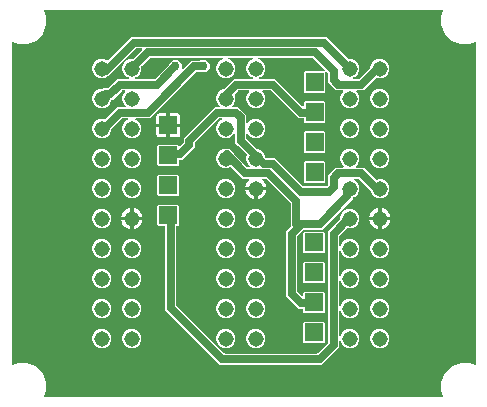
<source format=gbr>
G04 EAGLE Gerber RS-274X export*
G75*
%MOMM*%
%FSLAX34Y34*%
%LPD*%
%INBottom Copper*%
%IPPOS*%
%AMOC8*
5,1,8,0,0,1.08239X$1,22.5*%
G01*
%ADD10C,1.308000*%
%ADD11R,1.508000X1.508000*%
%ADD12C,0.635000*%
%ADD13C,0.756400*%

G36*
X375844Y10930D02*
X375844Y10930D01*
X375890Y10928D01*
X375965Y10950D01*
X376042Y10962D01*
X376082Y10984D01*
X376126Y10997D01*
X376190Y11041D01*
X376259Y11078D01*
X376291Y11111D01*
X376328Y11137D01*
X376375Y11200D01*
X376428Y11256D01*
X376448Y11298D01*
X376475Y11334D01*
X376499Y11408D01*
X376532Y11479D01*
X376537Y11525D01*
X376551Y11568D01*
X376550Y11646D01*
X376559Y11723D01*
X376549Y11768D01*
X376549Y11814D01*
X376511Y11946D01*
X376507Y11964D01*
X376504Y11968D01*
X376502Y11975D01*
X374839Y15990D01*
X374839Y24010D01*
X377909Y31420D01*
X383580Y37091D01*
X390990Y40161D01*
X399010Y40161D01*
X403025Y38498D01*
X403069Y38487D01*
X403111Y38468D01*
X403188Y38459D01*
X403264Y38442D01*
X403310Y38446D01*
X403355Y38441D01*
X403432Y38457D01*
X403509Y38465D01*
X403551Y38483D01*
X403596Y38493D01*
X403663Y38533D01*
X403734Y38565D01*
X403768Y38596D01*
X403807Y38619D01*
X403858Y38678D01*
X403915Y38731D01*
X403937Y38771D01*
X403967Y38806D01*
X403996Y38879D01*
X404033Y38947D01*
X404042Y38992D01*
X404059Y39034D01*
X404074Y39170D01*
X404077Y39189D01*
X404076Y39194D01*
X404077Y39201D01*
X404077Y310799D01*
X404070Y310844D01*
X404072Y310890D01*
X404050Y310965D01*
X404038Y311042D01*
X404016Y311082D01*
X404003Y311126D01*
X403959Y311190D01*
X403922Y311259D01*
X403889Y311291D01*
X403863Y311328D01*
X403800Y311375D01*
X403744Y311428D01*
X403702Y311448D01*
X403666Y311475D01*
X403592Y311499D01*
X403521Y311532D01*
X403475Y311537D01*
X403432Y311551D01*
X403354Y311550D01*
X403277Y311559D01*
X403232Y311549D01*
X403186Y311549D01*
X403054Y311511D01*
X403036Y311507D01*
X403032Y311504D01*
X403025Y311502D01*
X399010Y309839D01*
X390990Y309839D01*
X383580Y312909D01*
X377909Y318580D01*
X374839Y325990D01*
X374839Y334010D01*
X376502Y338025D01*
X376513Y338069D01*
X376532Y338111D01*
X376541Y338188D01*
X376558Y338264D01*
X376554Y338310D01*
X376559Y338355D01*
X376543Y338432D01*
X376535Y338509D01*
X376517Y338551D01*
X376507Y338596D01*
X376467Y338663D01*
X376435Y338734D01*
X376404Y338768D01*
X376381Y338807D01*
X376322Y338858D01*
X376269Y338915D01*
X376229Y338937D01*
X376194Y338967D01*
X376121Y338996D01*
X376053Y339033D01*
X376008Y339042D01*
X375966Y339059D01*
X375830Y339074D01*
X375811Y339077D01*
X375806Y339076D01*
X375799Y339077D01*
X39201Y339077D01*
X39156Y339070D01*
X39110Y339072D01*
X39035Y339050D01*
X38958Y339038D01*
X38918Y339016D01*
X38874Y339003D01*
X38810Y338959D01*
X38741Y338922D01*
X38709Y338889D01*
X38672Y338863D01*
X38625Y338800D01*
X38572Y338744D01*
X38552Y338702D01*
X38525Y338666D01*
X38501Y338592D01*
X38468Y338521D01*
X38463Y338475D01*
X38449Y338432D01*
X38450Y338354D01*
X38441Y338277D01*
X38451Y338232D01*
X38451Y338186D01*
X38489Y338054D01*
X38493Y338036D01*
X38496Y338032D01*
X38498Y338025D01*
X40161Y334010D01*
X40161Y325990D01*
X37091Y318580D01*
X31420Y312909D01*
X24010Y309839D01*
X15990Y309839D01*
X11975Y311502D01*
X11931Y311513D01*
X11889Y311532D01*
X11812Y311541D01*
X11736Y311558D01*
X11690Y311554D01*
X11645Y311559D01*
X11568Y311543D01*
X11491Y311535D01*
X11449Y311517D01*
X11404Y311507D01*
X11337Y311467D01*
X11266Y311435D01*
X11232Y311404D01*
X11193Y311381D01*
X11142Y311322D01*
X11085Y311269D01*
X11063Y311229D01*
X11033Y311194D01*
X11004Y311121D01*
X10967Y311053D01*
X10958Y311008D01*
X10941Y310966D01*
X10926Y310830D01*
X10923Y310811D01*
X10924Y310806D01*
X10923Y310799D01*
X10923Y39201D01*
X10930Y39156D01*
X10928Y39110D01*
X10950Y39035D01*
X10962Y38958D01*
X10984Y38918D01*
X10997Y38874D01*
X11041Y38810D01*
X11078Y38741D01*
X11111Y38709D01*
X11137Y38672D01*
X11200Y38625D01*
X11256Y38572D01*
X11298Y38552D01*
X11334Y38525D01*
X11408Y38501D01*
X11479Y38468D01*
X11525Y38463D01*
X11568Y38449D01*
X11646Y38450D01*
X11723Y38441D01*
X11768Y38451D01*
X11814Y38451D01*
X11946Y38489D01*
X11964Y38493D01*
X11968Y38496D01*
X11975Y38498D01*
X15990Y40161D01*
X24010Y40161D01*
X31420Y37091D01*
X37091Y31420D01*
X40161Y24010D01*
X40161Y15990D01*
X38498Y11975D01*
X38487Y11931D01*
X38468Y11889D01*
X38459Y11812D01*
X38442Y11736D01*
X38446Y11690D01*
X38441Y11645D01*
X38457Y11568D01*
X38465Y11491D01*
X38483Y11449D01*
X38493Y11404D01*
X38533Y11337D01*
X38565Y11266D01*
X38596Y11232D01*
X38619Y11193D01*
X38678Y11142D01*
X38731Y11085D01*
X38771Y11063D01*
X38806Y11033D01*
X38879Y11004D01*
X38947Y10967D01*
X38992Y10958D01*
X39034Y10941D01*
X39170Y10926D01*
X39189Y10923D01*
X39194Y10924D01*
X39201Y10923D01*
X375799Y10923D01*
X375844Y10930D01*
G37*
%LPC*%
G36*
X258828Y82135D02*
X258828Y82135D01*
X257935Y83028D01*
X257935Y85090D01*
X257932Y85110D01*
X257934Y85129D01*
X257912Y85231D01*
X257896Y85333D01*
X257886Y85350D01*
X257882Y85370D01*
X257829Y85459D01*
X257780Y85550D01*
X257766Y85564D01*
X257756Y85581D01*
X257677Y85648D01*
X257602Y85720D01*
X257584Y85728D01*
X257569Y85741D01*
X257473Y85780D01*
X257379Y85823D01*
X257359Y85825D01*
X257341Y85833D01*
X257174Y85851D01*
X253958Y85851D01*
X243331Y96478D01*
X243331Y151553D01*
X247045Y155267D01*
X247098Y155341D01*
X247158Y155410D01*
X247170Y155440D01*
X247189Y155466D01*
X247216Y155553D01*
X247250Y155638D01*
X247254Y155679D01*
X247261Y155702D01*
X247260Y155734D01*
X247268Y155805D01*
X247268Y174903D01*
X247254Y174993D01*
X247246Y175084D01*
X247234Y175114D01*
X247229Y175146D01*
X247186Y175226D01*
X247150Y175310D01*
X247124Y175342D01*
X247113Y175363D01*
X247090Y175385D01*
X247045Y175441D01*
X226622Y195864D01*
X226548Y195917D01*
X226479Y195977D01*
X226449Y195989D01*
X226423Y196008D01*
X226336Y196035D01*
X226251Y196069D01*
X226210Y196073D01*
X226187Y196080D01*
X226155Y196079D01*
X226084Y196087D01*
X223993Y196087D01*
X223922Y196076D01*
X223850Y196074D01*
X223801Y196056D01*
X223750Y196048D01*
X223687Y196014D01*
X223619Y195989D01*
X223579Y195957D01*
X223532Y195932D01*
X223483Y195880D01*
X223427Y195836D01*
X223399Y195792D01*
X223363Y195754D01*
X223333Y195689D01*
X223294Y195629D01*
X223281Y195578D01*
X223259Y195531D01*
X223252Y195460D01*
X223234Y195390D01*
X223238Y195338D01*
X223232Y195287D01*
X223248Y195216D01*
X223253Y195145D01*
X223274Y195097D01*
X223285Y195046D01*
X223321Y194985D01*
X223350Y194919D01*
X223394Y194863D01*
X223411Y194835D01*
X223429Y194820D01*
X223454Y194788D01*
X224753Y193489D01*
X225747Y192001D01*
X226432Y190349D01*
X226656Y189223D01*
X218462Y189223D01*
X218442Y189220D01*
X218423Y189222D01*
X218321Y189200D01*
X218219Y189183D01*
X218202Y189174D01*
X218182Y189170D01*
X218093Y189117D01*
X218002Y189068D01*
X217988Y189054D01*
X217971Y189044D01*
X217904Y188965D01*
X217833Y188890D01*
X217824Y188872D01*
X217811Y188857D01*
X217773Y188761D01*
X217729Y188667D01*
X217727Y188647D01*
X217719Y188629D01*
X217701Y188462D01*
X217701Y187699D01*
X217699Y187699D01*
X217699Y188462D01*
X217696Y188482D01*
X217698Y188501D01*
X217676Y188603D01*
X217659Y188705D01*
X217650Y188722D01*
X217646Y188742D01*
X217593Y188831D01*
X217544Y188922D01*
X217530Y188936D01*
X217520Y188953D01*
X217441Y189020D01*
X217366Y189091D01*
X217348Y189100D01*
X217333Y189113D01*
X217237Y189152D01*
X217143Y189195D01*
X217123Y189197D01*
X217105Y189205D01*
X216938Y189223D01*
X208744Y189223D01*
X208968Y190349D01*
X209653Y192001D01*
X210647Y193489D01*
X211946Y194788D01*
X211988Y194846D01*
X212037Y194898D01*
X212059Y194945D01*
X212089Y194987D01*
X212110Y195056D01*
X212141Y195121D01*
X212146Y195173D01*
X212162Y195223D01*
X212160Y195294D01*
X212168Y195365D01*
X212157Y195416D01*
X212155Y195468D01*
X212131Y195536D01*
X212115Y195606D01*
X212089Y195651D01*
X212071Y195699D01*
X212026Y195755D01*
X211989Y195817D01*
X211950Y195851D01*
X211917Y195891D01*
X211857Y195930D01*
X211802Y195977D01*
X211754Y195996D01*
X211710Y196024D01*
X211641Y196042D01*
X211574Y196069D01*
X211503Y196077D01*
X211472Y196085D01*
X211448Y196083D01*
X211407Y196087D01*
X206714Y196087D01*
X196995Y205807D01*
X196900Y205875D01*
X196806Y205945D01*
X196800Y205947D01*
X196795Y205950D01*
X196684Y205984D01*
X196572Y206021D01*
X196566Y206021D01*
X196560Y206023D01*
X196443Y206020D01*
X196326Y206019D01*
X196319Y206016D01*
X196314Y206016D01*
X196297Y206010D01*
X196165Y205972D01*
X193904Y205035D01*
X190696Y205035D01*
X187732Y206263D01*
X185463Y208532D01*
X184235Y211496D01*
X184235Y214704D01*
X185463Y217668D01*
X187732Y219937D01*
X190745Y221185D01*
X190762Y221187D01*
X190792Y221199D01*
X190824Y221204D01*
X190881Y221235D01*
X191197Y221235D01*
X191221Y221239D01*
X191246Y221236D01*
X191342Y221258D01*
X191440Y221274D01*
X191462Y221286D01*
X191485Y221291D01*
X191633Y221372D01*
X191822Y221504D01*
X193263Y221247D01*
X193294Y221246D01*
X193396Y221235D01*
X194860Y221235D01*
X195023Y221071D01*
X195043Y221057D01*
X195058Y221038D01*
X195142Y220986D01*
X195223Y220928D01*
X195246Y220921D01*
X195267Y220908D01*
X195428Y220860D01*
X195655Y220820D01*
X195900Y220468D01*
X195907Y220461D01*
X195911Y220453D01*
X195992Y220373D01*
X196072Y220291D01*
X196080Y220287D01*
X196087Y220281D01*
X196233Y220200D01*
X196868Y219937D01*
X199137Y217668D01*
X199582Y216595D01*
X199616Y216539D01*
X199642Y216479D01*
X199694Y216414D01*
X199711Y216386D01*
X199726Y216373D01*
X199747Y216348D01*
X210385Y205710D01*
X210459Y205657D01*
X210528Y205597D01*
X210558Y205585D01*
X210584Y205566D01*
X210671Y205539D01*
X210756Y205505D01*
X210797Y205501D01*
X210820Y205494D01*
X210852Y205495D01*
X210923Y205487D01*
X212070Y205487D01*
X212141Y205498D01*
X212213Y205500D01*
X212262Y205518D01*
X212313Y205526D01*
X212376Y205560D01*
X212444Y205585D01*
X212484Y205617D01*
X212530Y205642D01*
X212580Y205694D01*
X212636Y205738D01*
X212664Y205782D01*
X212700Y205820D01*
X212730Y205885D01*
X212769Y205945D01*
X212781Y205996D01*
X212803Y206043D01*
X212811Y206114D01*
X212829Y206184D01*
X212825Y206236D01*
X212830Y206287D01*
X212815Y206358D01*
X212810Y206429D01*
X212789Y206477D01*
X212778Y206528D01*
X212741Y206589D01*
X212713Y206655D01*
X212669Y206711D01*
X212652Y206739D01*
X212634Y206754D01*
X212609Y206786D01*
X210863Y208532D01*
X209635Y211496D01*
X209635Y214704D01*
X210051Y215708D01*
X210078Y215821D01*
X210106Y215935D01*
X210106Y215941D01*
X210107Y215947D01*
X210096Y216064D01*
X210087Y216180D01*
X210085Y216186D01*
X210084Y216192D01*
X210036Y216300D01*
X209991Y216407D01*
X209986Y216412D01*
X209984Y216417D01*
X209971Y216431D01*
X209886Y216538D01*
X203000Y223423D01*
X200024Y226399D01*
X200024Y232981D01*
X200013Y233052D01*
X200011Y233124D01*
X199993Y233173D01*
X199985Y233224D01*
X199951Y233287D01*
X199926Y233355D01*
X199894Y233395D01*
X199869Y233441D01*
X199817Y233491D01*
X199773Y233547D01*
X199729Y233575D01*
X199691Y233611D01*
X199626Y233641D01*
X199566Y233680D01*
X199515Y233692D01*
X199468Y233714D01*
X199397Y233722D01*
X199327Y233740D01*
X199275Y233736D01*
X199224Y233741D01*
X199153Y233726D01*
X199082Y233721D01*
X199034Y233700D01*
X198983Y233689D01*
X198922Y233652D01*
X198856Y233624D01*
X198800Y233580D01*
X198772Y233563D01*
X198757Y233545D01*
X198725Y233520D01*
X196868Y231663D01*
X193904Y230435D01*
X190696Y230435D01*
X187732Y231663D01*
X185463Y233932D01*
X184235Y236896D01*
X184235Y240104D01*
X185463Y243068D01*
X187732Y245337D01*
X188859Y245804D01*
X188942Y245855D01*
X189027Y245901D01*
X189045Y245919D01*
X189068Y245933D01*
X189130Y246009D01*
X189197Y246079D01*
X189208Y246103D01*
X189224Y246123D01*
X189259Y246214D01*
X189300Y246302D01*
X189303Y246328D01*
X189313Y246352D01*
X189317Y246450D01*
X189328Y246546D01*
X189322Y246572D01*
X189323Y246598D01*
X189296Y246692D01*
X189275Y246787D01*
X189262Y246809D01*
X189255Y246834D01*
X189199Y246914D01*
X189149Y246998D01*
X189129Y247015D01*
X189114Y247036D01*
X189036Y247095D01*
X188962Y247158D01*
X188938Y247168D01*
X188917Y247183D01*
X188824Y247213D01*
X188734Y247250D01*
X188702Y247253D01*
X188683Y247259D01*
X188650Y247259D01*
X188567Y247268D01*
X187301Y247268D01*
X187211Y247254D01*
X187120Y247246D01*
X187090Y247234D01*
X187058Y247229D01*
X186978Y247186D01*
X186894Y247150D01*
X186862Y247124D01*
X186841Y247113D01*
X186819Y247090D01*
X186763Y247045D01*
X166340Y226622D01*
X166287Y226548D01*
X166227Y226479D01*
X166215Y226449D01*
X166196Y226423D01*
X166169Y226336D01*
X166135Y226251D01*
X166131Y226210D01*
X166124Y226187D01*
X166125Y226155D01*
X166117Y226084D01*
X166117Y222462D01*
X155490Y211835D01*
X153326Y211835D01*
X153306Y211832D01*
X153287Y211834D01*
X153185Y211812D01*
X153083Y211796D01*
X153066Y211786D01*
X153046Y211782D01*
X152957Y211729D01*
X152866Y211680D01*
X152852Y211666D01*
X152835Y211656D01*
X152768Y211577D01*
X152696Y211502D01*
X152688Y211484D01*
X152675Y211469D01*
X152636Y211373D01*
X152593Y211279D01*
X152591Y211259D01*
X152583Y211241D01*
X152565Y211074D01*
X152565Y207628D01*
X151672Y206735D01*
X135328Y206735D01*
X134435Y207628D01*
X134435Y223972D01*
X135328Y224865D01*
X151672Y224865D01*
X152577Y223960D01*
X152578Y223899D01*
X152596Y223850D01*
X152604Y223798D01*
X152638Y223735D01*
X152663Y223668D01*
X152695Y223627D01*
X152720Y223581D01*
X152772Y223531D01*
X152816Y223475D01*
X152860Y223447D01*
X152898Y223411D01*
X152963Y223381D01*
X153023Y223342D01*
X153074Y223330D01*
X153121Y223308D01*
X153192Y223300D01*
X153262Y223282D01*
X153314Y223286D01*
X153365Y223281D01*
X153436Y223296D01*
X153507Y223302D01*
X153555Y223322D01*
X153606Y223333D01*
X153667Y223370D01*
X153733Y223398D01*
X153789Y223443D01*
X153817Y223459D01*
X153832Y223477D01*
X153864Y223503D01*
X156494Y226133D01*
X156547Y226207D01*
X156607Y226276D01*
X156619Y226306D01*
X156638Y226332D01*
X156665Y226420D01*
X156699Y226504D01*
X156703Y226545D01*
X156710Y226568D01*
X156709Y226600D01*
X156717Y226671D01*
X156717Y230293D01*
X183092Y256668D01*
X186289Y256668D01*
X186360Y256679D01*
X186432Y256681D01*
X186481Y256699D01*
X186532Y256707D01*
X186595Y256741D01*
X186663Y256766D01*
X186703Y256798D01*
X186749Y256823D01*
X186799Y256875D01*
X186855Y256919D01*
X186883Y256963D01*
X186919Y257001D01*
X186949Y257066D01*
X186988Y257126D01*
X187000Y257177D01*
X187022Y257224D01*
X187030Y257295D01*
X187048Y257365D01*
X187044Y257417D01*
X187049Y257468D01*
X187034Y257539D01*
X187029Y257610D01*
X187008Y257658D01*
X186997Y257709D01*
X186960Y257770D01*
X186932Y257836D01*
X186888Y257892D01*
X186871Y257920D01*
X186853Y257935D01*
X186828Y257967D01*
X185463Y259332D01*
X184235Y262296D01*
X184235Y265504D01*
X185463Y268468D01*
X187732Y270737D01*
X190248Y271779D01*
X190304Y271814D01*
X190364Y271839D01*
X190429Y271891D01*
X190457Y271909D01*
X190469Y271924D01*
X190495Y271944D01*
X195864Y277314D01*
X198840Y280290D01*
X214552Y280290D01*
X214648Y280305D01*
X214745Y280315D01*
X214769Y280325D01*
X214794Y280329D01*
X214880Y280375D01*
X214969Y280415D01*
X214989Y280432D01*
X215012Y280445D01*
X215079Y280515D01*
X215150Y280581D01*
X215163Y280604D01*
X215181Y280623D01*
X215222Y280711D01*
X215269Y280797D01*
X215274Y280822D01*
X215285Y280846D01*
X215295Y280943D01*
X215313Y281039D01*
X215309Y281065D01*
X215312Y281090D01*
X215291Y281186D01*
X215277Y281282D01*
X215265Y281305D01*
X215260Y281331D01*
X215210Y281414D01*
X215165Y281501D01*
X215147Y281520D01*
X215133Y281542D01*
X215059Y281605D01*
X214990Y281673D01*
X214961Y281689D01*
X214946Y281702D01*
X214916Y281714D01*
X214843Y281754D01*
X213132Y282463D01*
X210863Y284732D01*
X209635Y287696D01*
X209635Y290904D01*
X210863Y293868D01*
X213132Y296137D01*
X215178Y296985D01*
X215261Y297036D01*
X215347Y297082D01*
X215365Y297101D01*
X215387Y297114D01*
X215450Y297189D01*
X215517Y297260D01*
X215528Y297284D01*
X215544Y297304D01*
X215579Y297395D01*
X215620Y297483D01*
X215623Y297509D01*
X215632Y297533D01*
X215637Y297631D01*
X215647Y297727D01*
X215642Y297753D01*
X215643Y297779D01*
X215616Y297873D01*
X215595Y297968D01*
X215582Y297990D01*
X215574Y298015D01*
X215519Y298095D01*
X215469Y298179D01*
X215449Y298196D01*
X215434Y298217D01*
X215356Y298276D01*
X215282Y298339D01*
X215258Y298349D01*
X215237Y298364D01*
X215144Y298394D01*
X215054Y298431D01*
X215021Y298434D01*
X215003Y298440D01*
X214970Y298440D01*
X214887Y298449D01*
X195113Y298449D01*
X195017Y298434D01*
X194920Y298424D01*
X194896Y298414D01*
X194870Y298410D01*
X194784Y298364D01*
X194695Y298324D01*
X194676Y298307D01*
X194653Y298294D01*
X194586Y298224D01*
X194514Y298158D01*
X194501Y298135D01*
X194483Y298116D01*
X194442Y298028D01*
X194395Y297942D01*
X194391Y297917D01*
X194380Y297893D01*
X194369Y297796D01*
X194352Y297700D01*
X194356Y297674D01*
X194353Y297649D01*
X194373Y297553D01*
X194388Y297457D01*
X194399Y297434D01*
X194405Y297408D01*
X194455Y297325D01*
X194499Y297238D01*
X194518Y297219D01*
X194531Y297197D01*
X194605Y297134D01*
X194675Y297066D01*
X194703Y297050D01*
X194718Y297037D01*
X194749Y297025D01*
X194822Y296985D01*
X196868Y296137D01*
X199137Y293868D01*
X200365Y290904D01*
X200365Y287696D01*
X199137Y284732D01*
X196868Y282463D01*
X193904Y281235D01*
X190696Y281235D01*
X187732Y282463D01*
X185463Y284732D01*
X184235Y287696D01*
X184235Y290904D01*
X185463Y293868D01*
X187732Y296137D01*
X189778Y296985D01*
X189861Y297036D01*
X189947Y297082D01*
X189965Y297101D01*
X189987Y297114D01*
X190050Y297189D01*
X190117Y297260D01*
X190128Y297284D01*
X190144Y297304D01*
X190179Y297395D01*
X190220Y297483D01*
X190223Y297509D01*
X190232Y297533D01*
X190237Y297631D01*
X190247Y297727D01*
X190242Y297753D01*
X190243Y297779D01*
X190216Y297873D01*
X190195Y297968D01*
X190182Y297990D01*
X190174Y298015D01*
X190119Y298095D01*
X190069Y298179D01*
X190049Y298196D01*
X190034Y298217D01*
X189956Y298276D01*
X189882Y298339D01*
X189858Y298349D01*
X189837Y298364D01*
X189744Y298394D01*
X189654Y298431D01*
X189621Y298434D01*
X189603Y298440D01*
X189570Y298440D01*
X189487Y298449D01*
X128246Y298449D01*
X128156Y298435D01*
X128065Y298427D01*
X128035Y298415D01*
X128003Y298410D01*
X127923Y298367D01*
X127839Y298331D01*
X127807Y298305D01*
X127786Y298294D01*
X127764Y298271D01*
X127708Y298226D01*
X120988Y291506D01*
X120935Y291432D01*
X120875Y291363D01*
X120863Y291333D01*
X120844Y291307D01*
X120817Y291220D01*
X120783Y291135D01*
X120779Y291094D01*
X120772Y291071D01*
X120773Y291039D01*
X120765Y290968D01*
X120765Y287696D01*
X119537Y284732D01*
X117268Y282463D01*
X115557Y281754D01*
X115474Y281703D01*
X115388Y281657D01*
X115370Y281639D01*
X115348Y281625D01*
X115286Y281549D01*
X115219Y281479D01*
X115208Y281455D01*
X115191Y281435D01*
X115156Y281344D01*
X115115Y281256D01*
X115112Y281230D01*
X115103Y281206D01*
X115099Y281108D01*
X115088Y281012D01*
X115094Y280986D01*
X115093Y280960D01*
X115120Y280866D01*
X115140Y280771D01*
X115154Y280749D01*
X115161Y280724D01*
X115217Y280644D01*
X115267Y280560D01*
X115287Y280543D01*
X115301Y280522D01*
X115380Y280463D01*
X115454Y280400D01*
X115478Y280390D01*
X115499Y280375D01*
X115591Y280345D01*
X115682Y280308D01*
X115714Y280305D01*
X115733Y280299D01*
X115766Y280299D01*
X115848Y280290D01*
X131596Y280290D01*
X131686Y280304D01*
X131777Y280312D01*
X131807Y280324D01*
X131839Y280329D01*
X131919Y280372D01*
X132003Y280408D01*
X132035Y280434D01*
X132056Y280445D01*
X132078Y280468D01*
X132134Y280513D01*
X144076Y292455D01*
X144129Y292529D01*
X144189Y292598D01*
X144201Y292628D01*
X144220Y292654D01*
X144247Y292741D01*
X144281Y292826D01*
X144285Y292867D01*
X144292Y292890D01*
X144291Y292922D01*
X144299Y292993D01*
X144299Y293536D01*
X147408Y296645D01*
X151804Y296645D01*
X154913Y293536D01*
X154913Y289381D01*
X154924Y289310D01*
X154926Y289239D01*
X154944Y289190D01*
X154952Y289138D01*
X154986Y289075D01*
X155011Y289008D01*
X155043Y288967D01*
X155068Y288921D01*
X155120Y288871D01*
X155164Y288815D01*
X155208Y288787D01*
X155246Y288751D01*
X155311Y288721D01*
X155371Y288682D01*
X155422Y288670D01*
X155469Y288648D01*
X155540Y288640D01*
X155610Y288622D01*
X155662Y288626D01*
X155713Y288621D01*
X155784Y288636D01*
X155855Y288642D01*
X155903Y288662D01*
X155954Y288673D01*
X156015Y288710D01*
X156081Y288738D01*
X156137Y288783D01*
X156165Y288799D01*
X156180Y288817D01*
X156212Y288843D01*
X160431Y293062D01*
X163407Y296038D01*
X170108Y296038D01*
X170198Y296052D01*
X170289Y296060D01*
X170318Y296072D01*
X170350Y296077D01*
X170431Y296120D01*
X170515Y296156D01*
X170547Y296182D01*
X170568Y296193D01*
X170590Y296216D01*
X170646Y296261D01*
X171030Y296645D01*
X175426Y296645D01*
X178535Y293536D01*
X178535Y289140D01*
X175426Y286031D01*
X171030Y286031D01*
X170646Y286415D01*
X170572Y286468D01*
X170502Y286528D01*
X170472Y286540D01*
X170446Y286559D01*
X170359Y286586D01*
X170274Y286620D01*
X170233Y286624D01*
X170211Y286631D01*
X170179Y286630D01*
X170108Y286638D01*
X167616Y286638D01*
X167526Y286624D01*
X167435Y286616D01*
X167405Y286604D01*
X167373Y286599D01*
X167293Y286556D01*
X167209Y286520D01*
X167177Y286494D01*
X167156Y286483D01*
X167134Y286460D01*
X167078Y286415D01*
X127931Y247268D01*
X116433Y247268D01*
X116337Y247253D01*
X116240Y247243D01*
X116216Y247233D01*
X116190Y247229D01*
X116104Y247183D01*
X116015Y247143D01*
X115996Y247126D01*
X115973Y247113D01*
X115906Y247043D01*
X115834Y246977D01*
X115821Y246954D01*
X115803Y246935D01*
X115762Y246847D01*
X115715Y246761D01*
X115711Y246736D01*
X115700Y246712D01*
X115689Y246615D01*
X115672Y246519D01*
X115675Y246493D01*
X115672Y246468D01*
X115693Y246372D01*
X115707Y246276D01*
X115719Y246253D01*
X115725Y246227D01*
X115775Y246144D01*
X115819Y246057D01*
X115838Y246038D01*
X115851Y246016D01*
X115925Y245953D01*
X115994Y245885D01*
X116023Y245869D01*
X116038Y245856D01*
X116069Y245844D01*
X116141Y245804D01*
X117268Y245337D01*
X119537Y243068D01*
X120765Y240104D01*
X120765Y236896D01*
X119537Y233932D01*
X117268Y231663D01*
X114304Y230435D01*
X111096Y230435D01*
X108132Y231663D01*
X105863Y233932D01*
X104635Y236896D01*
X104635Y240104D01*
X105863Y243068D01*
X108132Y245337D01*
X109259Y245804D01*
X109342Y245855D01*
X109427Y245901D01*
X109445Y245919D01*
X109468Y245933D01*
X109530Y246009D01*
X109597Y246079D01*
X109608Y246103D01*
X109624Y246123D01*
X109659Y246214D01*
X109700Y246302D01*
X109703Y246328D01*
X109713Y246352D01*
X109717Y246450D01*
X109728Y246546D01*
X109722Y246572D01*
X109723Y246598D01*
X109696Y246692D01*
X109675Y246787D01*
X109662Y246809D01*
X109655Y246834D01*
X109599Y246914D01*
X109549Y246998D01*
X109529Y247015D01*
X109514Y247036D01*
X109436Y247095D01*
X109362Y247158D01*
X109338Y247168D01*
X109317Y247183D01*
X109224Y247213D01*
X109134Y247250D01*
X109102Y247253D01*
X109083Y247259D01*
X109050Y247259D01*
X108967Y247268D01*
X104624Y247268D01*
X104534Y247254D01*
X104443Y247246D01*
X104413Y247234D01*
X104381Y247229D01*
X104301Y247186D01*
X104217Y247150D01*
X104185Y247124D01*
X104164Y247113D01*
X104142Y247090D01*
X104086Y247045D01*
X95588Y238547D01*
X95535Y238473D01*
X95475Y238404D01*
X95463Y238374D01*
X95444Y238348D01*
X95417Y238261D01*
X95383Y238176D01*
X95379Y238135D01*
X95372Y238112D01*
X95373Y238080D01*
X95365Y238009D01*
X95365Y236896D01*
X94137Y233932D01*
X91868Y231663D01*
X88904Y230435D01*
X85696Y230435D01*
X82732Y231663D01*
X80463Y233932D01*
X79235Y236896D01*
X79235Y240104D01*
X80463Y243068D01*
X82732Y245337D01*
X85696Y246565D01*
X88904Y246565D01*
X89430Y246347D01*
X89543Y246320D01*
X89657Y246292D01*
X89663Y246292D01*
X89669Y246291D01*
X89786Y246302D01*
X89902Y246311D01*
X89908Y246313D01*
X89914Y246314D01*
X90022Y246362D01*
X90129Y246407D01*
X90134Y246412D01*
X90139Y246414D01*
X90153Y246427D01*
X90260Y246512D01*
X97439Y253692D01*
X100415Y256668D01*
X106689Y256668D01*
X106760Y256679D01*
X106832Y256681D01*
X106881Y256699D01*
X106932Y256707D01*
X106995Y256741D01*
X107063Y256766D01*
X107103Y256798D01*
X107149Y256823D01*
X107199Y256875D01*
X107255Y256919D01*
X107283Y256963D01*
X107319Y257001D01*
X107349Y257066D01*
X107388Y257126D01*
X107400Y257177D01*
X107422Y257224D01*
X107430Y257295D01*
X107448Y257365D01*
X107444Y257417D01*
X107449Y257468D01*
X107434Y257539D01*
X107429Y257610D01*
X107408Y257658D01*
X107397Y257709D01*
X107360Y257770D01*
X107332Y257836D01*
X107288Y257892D01*
X107271Y257920D01*
X107253Y257935D01*
X107228Y257967D01*
X105863Y259332D01*
X104635Y262296D01*
X104635Y265504D01*
X105863Y268468D01*
X106986Y269591D01*
X107027Y269649D01*
X107077Y269701D01*
X107099Y269748D01*
X107129Y269790D01*
X107150Y269859D01*
X107180Y269924D01*
X107186Y269976D01*
X107201Y270026D01*
X107200Y270097D01*
X107207Y270168D01*
X107196Y270219D01*
X107195Y270271D01*
X107170Y270339D01*
X107155Y270409D01*
X107128Y270454D01*
X107111Y270502D01*
X107066Y270558D01*
X107029Y270620D01*
X106989Y270654D01*
X106957Y270694D01*
X106897Y270733D01*
X106842Y270780D01*
X106794Y270799D01*
X106750Y270827D01*
X106680Y270845D01*
X106614Y270872D01*
X106543Y270880D01*
X106511Y270888D01*
X106488Y270886D01*
X106447Y270890D01*
X104624Y270890D01*
X104534Y270876D01*
X104443Y270868D01*
X104413Y270856D01*
X104381Y270851D01*
X104301Y270808D01*
X104217Y270772D01*
X104185Y270746D01*
X104164Y270735D01*
X104142Y270712D01*
X104086Y270667D01*
X96435Y263016D01*
X96126Y263016D01*
X96106Y263013D01*
X96087Y263015D01*
X95985Y262993D01*
X95883Y262977D01*
X95866Y262967D01*
X95846Y262963D01*
X95757Y262910D01*
X95666Y262861D01*
X95652Y262847D01*
X95635Y262837D01*
X95568Y262758D01*
X95496Y262683D01*
X95488Y262665D01*
X95475Y262650D01*
X95436Y262554D01*
X95393Y262460D01*
X95391Y262440D01*
X95383Y262422D01*
X95371Y262311D01*
X94137Y259332D01*
X91868Y257063D01*
X88904Y255835D01*
X85696Y255835D01*
X82732Y257063D01*
X80463Y259332D01*
X79235Y262296D01*
X79235Y265504D01*
X80463Y268468D01*
X82732Y270737D01*
X85696Y271965D01*
X87645Y271965D01*
X87764Y271984D01*
X87884Y272003D01*
X87886Y272004D01*
X87888Y272004D01*
X87993Y272060D01*
X88102Y272117D01*
X88104Y272119D01*
X88105Y272120D01*
X88110Y272124D01*
X88225Y272232D01*
X88245Y272256D01*
X88292Y272260D01*
X88350Y272284D01*
X88411Y272299D01*
X88463Y272332D01*
X88519Y272356D01*
X88591Y272414D01*
X88594Y272416D01*
X90333Y272416D01*
X90355Y272419D01*
X90394Y272418D01*
X92330Y272573D01*
X92336Y272571D01*
X92416Y272580D01*
X92431Y272581D01*
X92434Y272582D01*
X92449Y272583D01*
X92561Y272592D01*
X92571Y272596D01*
X92581Y272597D01*
X92684Y272644D01*
X92788Y272688D01*
X92797Y272696D01*
X92805Y272699D01*
X92823Y272717D01*
X92919Y272793D01*
X97439Y277314D01*
X100415Y280290D01*
X109552Y280290D01*
X109648Y280305D01*
X109745Y280315D01*
X109769Y280325D01*
X109794Y280329D01*
X109880Y280375D01*
X109969Y280415D01*
X109989Y280432D01*
X110012Y280445D01*
X110079Y280515D01*
X110150Y280581D01*
X110163Y280604D01*
X110181Y280623D01*
X110222Y280711D01*
X110269Y280797D01*
X110274Y280822D01*
X110285Y280846D01*
X110295Y280943D01*
X110313Y281039D01*
X110309Y281065D01*
X110312Y281090D01*
X110291Y281186D01*
X110277Y281282D01*
X110265Y281305D01*
X110260Y281331D01*
X110210Y281414D01*
X110165Y281501D01*
X110147Y281520D01*
X110133Y281542D01*
X110059Y281605D01*
X109990Y281673D01*
X109961Y281689D01*
X109946Y281702D01*
X109916Y281714D01*
X109843Y281754D01*
X108132Y282463D01*
X105863Y284732D01*
X104635Y287696D01*
X104635Y290904D01*
X105863Y293868D01*
X108132Y296137D01*
X111096Y297365D01*
X113238Y297365D01*
X113328Y297379D01*
X113419Y297387D01*
X113449Y297399D01*
X113481Y297404D01*
X113561Y297447D01*
X113645Y297483D01*
X113677Y297509D01*
X113698Y297520D01*
X113720Y297543D01*
X113776Y297588D01*
X121061Y304873D01*
X121212Y305024D01*
X121254Y305082D01*
X121304Y305134D01*
X121325Y305181D01*
X121356Y305223D01*
X121377Y305292D01*
X121407Y305357D01*
X121413Y305409D01*
X121428Y305458D01*
X121426Y305530D01*
X121434Y305601D01*
X121423Y305652D01*
X121422Y305704D01*
X121397Y305772D01*
X121382Y305842D01*
X121355Y305887D01*
X121337Y305935D01*
X121293Y305991D01*
X121256Y306053D01*
X121216Y306087D01*
X121184Y306127D01*
X121123Y306166D01*
X121069Y306213D01*
X121021Y306232D01*
X120977Y306260D01*
X120907Y306278D01*
X120841Y306305D01*
X120770Y306313D01*
X120738Y306321D01*
X120715Y306319D01*
X120674Y306323D01*
X116435Y306323D01*
X116345Y306309D01*
X116254Y306301D01*
X116224Y306289D01*
X116192Y306284D01*
X116112Y306241D01*
X116028Y306205D01*
X115996Y306179D01*
X115975Y306168D01*
X115953Y306145D01*
X115897Y306100D01*
X94373Y284576D01*
X94365Y284565D01*
X94354Y284557D01*
X94254Y284422D01*
X93627Y283350D01*
X93174Y283231D01*
X93067Y283183D01*
X92960Y283137D01*
X92954Y283133D01*
X92949Y283131D01*
X92935Y283118D01*
X92829Y283033D01*
X92498Y282701D01*
X92422Y282701D01*
X92332Y282687D01*
X92241Y282679D01*
X92211Y282667D01*
X92179Y282662D01*
X92098Y282619D01*
X92015Y282583D01*
X91982Y282557D01*
X91962Y282546D01*
X91951Y282535D01*
X91949Y282534D01*
X91937Y282521D01*
X91884Y282478D01*
X91868Y282463D01*
X88904Y281235D01*
X85696Y281235D01*
X82732Y282463D01*
X80463Y284732D01*
X79235Y287696D01*
X79235Y290904D01*
X80463Y293868D01*
X82732Y296137D01*
X85696Y297365D01*
X88904Y297365D01*
X91944Y296105D01*
X92058Y296079D01*
X92172Y296050D01*
X92178Y296051D01*
X92184Y296049D01*
X92300Y296060D01*
X92417Y296069D01*
X92422Y296072D01*
X92429Y296072D01*
X92536Y296120D01*
X92643Y296166D01*
X92649Y296170D01*
X92653Y296172D01*
X92667Y296185D01*
X92774Y296270D01*
X112226Y315723D01*
X277537Y315723D01*
X295672Y297588D01*
X295746Y297535D01*
X295815Y297475D01*
X295845Y297463D01*
X295871Y297444D01*
X295958Y297417D01*
X296043Y297383D01*
X296084Y297379D01*
X296107Y297372D01*
X296139Y297373D01*
X296210Y297365D01*
X298904Y297365D01*
X301868Y296137D01*
X304137Y293868D01*
X305365Y290904D01*
X305365Y287696D01*
X304137Y284732D01*
X301868Y282463D01*
X300157Y281754D01*
X300074Y281703D01*
X299988Y281657D01*
X299970Y281639D01*
X299948Y281625D01*
X299886Y281549D01*
X299819Y281479D01*
X299808Y281455D01*
X299791Y281435D01*
X299756Y281344D01*
X299715Y281256D01*
X299712Y281230D01*
X299703Y281206D01*
X299699Y281108D01*
X299688Y281012D01*
X299694Y280986D01*
X299693Y280960D01*
X299720Y280866D01*
X299740Y280771D01*
X299754Y280749D01*
X299761Y280724D01*
X299817Y280644D01*
X299867Y280560D01*
X299887Y280543D01*
X299901Y280522D01*
X299980Y280463D01*
X300054Y280400D01*
X300078Y280390D01*
X300099Y280375D01*
X300191Y280345D01*
X300282Y280308D01*
X300314Y280305D01*
X300333Y280299D01*
X300366Y280299D01*
X300448Y280290D01*
X304824Y280290D01*
X304914Y280304D01*
X305005Y280312D01*
X305035Y280324D01*
X305067Y280329D01*
X305147Y280372D01*
X305231Y280408D01*
X305263Y280434D01*
X305284Y280445D01*
X305306Y280468D01*
X305362Y280513D01*
X314412Y289563D01*
X314465Y289637D01*
X314525Y289706D01*
X314537Y289736D01*
X314556Y289762D01*
X314583Y289849D01*
X314617Y289934D01*
X314621Y289975D01*
X314628Y289998D01*
X314627Y290030D01*
X314635Y290101D01*
X314635Y290904D01*
X315863Y293868D01*
X318132Y296137D01*
X321096Y297365D01*
X324304Y297365D01*
X327268Y296137D01*
X329537Y293868D01*
X330765Y290904D01*
X330765Y287696D01*
X329537Y284732D01*
X327268Y282463D01*
X324304Y281235D01*
X321096Y281235D01*
X320351Y281544D01*
X320237Y281571D01*
X320124Y281599D01*
X320118Y281599D01*
X320111Y281600D01*
X319995Y281589D01*
X319879Y281580D01*
X319873Y281578D01*
X319867Y281577D01*
X319759Y281529D01*
X319652Y281484D01*
X319646Y281479D01*
X319642Y281477D01*
X319628Y281464D01*
X319521Y281379D01*
X309033Y270890D01*
X303553Y270890D01*
X303482Y270879D01*
X303410Y270877D01*
X303361Y270859D01*
X303310Y270851D01*
X303247Y270817D01*
X303179Y270792D01*
X303139Y270760D01*
X303093Y270735D01*
X303043Y270683D01*
X302987Y270639D01*
X302959Y270595D01*
X302923Y270557D01*
X302893Y270492D01*
X302854Y270432D01*
X302842Y270381D01*
X302820Y270334D01*
X302812Y270263D01*
X302794Y270193D01*
X302798Y270141D01*
X302793Y270090D01*
X302808Y270019D01*
X302813Y269948D01*
X302834Y269900D01*
X302845Y269849D01*
X302882Y269787D01*
X302910Y269722D01*
X302954Y269666D01*
X302971Y269638D01*
X302989Y269623D01*
X303014Y269591D01*
X304137Y268468D01*
X305365Y265504D01*
X305365Y262296D01*
X304137Y259332D01*
X301868Y257063D01*
X298904Y255835D01*
X295696Y255835D01*
X292732Y257063D01*
X290463Y259332D01*
X289235Y262296D01*
X289235Y265504D01*
X290463Y268468D01*
X291586Y269591D01*
X291627Y269649D01*
X291677Y269701D01*
X291699Y269748D01*
X291729Y269790D01*
X291750Y269859D01*
X291780Y269924D01*
X291786Y269976D01*
X291801Y270026D01*
X291800Y270097D01*
X291807Y270168D01*
X291796Y270219D01*
X291795Y270271D01*
X291770Y270339D01*
X291755Y270409D01*
X291728Y270454D01*
X291711Y270502D01*
X291666Y270558D01*
X291629Y270620D01*
X291589Y270654D01*
X291557Y270694D01*
X291497Y270733D01*
X291442Y270780D01*
X291394Y270799D01*
X291350Y270827D01*
X291280Y270845D01*
X291214Y270872D01*
X291143Y270880D01*
X291111Y270888D01*
X291088Y270886D01*
X291047Y270890D01*
X285454Y270890D01*
X278764Y277580D01*
X278764Y285139D01*
X278750Y285229D01*
X278742Y285320D01*
X278730Y285350D01*
X278725Y285382D01*
X278682Y285462D01*
X278646Y285546D01*
X278620Y285579D01*
X278609Y285599D01*
X278586Y285621D01*
X278541Y285677D01*
X277864Y286354D01*
X277806Y286396D01*
X277754Y286446D01*
X277707Y286467D01*
X277665Y286498D01*
X277596Y286519D01*
X277531Y286549D01*
X277479Y286555D01*
X277429Y286570D01*
X277358Y286568D01*
X277287Y286576D01*
X277236Y286565D01*
X277184Y286564D01*
X277116Y286539D01*
X277046Y286524D01*
X277001Y286497D01*
X276953Y286479D01*
X276897Y286435D01*
X276835Y286398D01*
X276801Y286358D01*
X276761Y286326D01*
X276722Y286265D01*
X276675Y286211D01*
X276656Y286163D01*
X276628Y286119D01*
X276610Y286049D01*
X276583Y285983D01*
X276575Y285911D01*
X276567Y285880D01*
X276569Y285857D01*
X276565Y285816D01*
X276565Y269828D01*
X275672Y268935D01*
X259328Y268935D01*
X258435Y269828D01*
X258435Y286172D01*
X259328Y287065D01*
X275316Y287065D01*
X275387Y287076D01*
X275458Y287078D01*
X275507Y287096D01*
X275559Y287104D01*
X275622Y287138D01*
X275689Y287163D01*
X275730Y287195D01*
X275776Y287220D01*
X275826Y287272D01*
X275882Y287316D01*
X275910Y287360D01*
X275946Y287398D01*
X275976Y287463D01*
X276015Y287523D01*
X276027Y287574D01*
X276049Y287621D01*
X276057Y287692D01*
X276075Y287762D01*
X276071Y287814D01*
X276076Y287865D01*
X276061Y287936D01*
X276055Y288007D01*
X276035Y288055D01*
X276024Y288106D01*
X275987Y288167D01*
X275959Y288233D01*
X275914Y288289D01*
X275898Y288317D01*
X275880Y288332D01*
X275854Y288364D01*
X265992Y298226D01*
X265918Y298279D01*
X265849Y298339D01*
X265819Y298351D01*
X265793Y298370D01*
X265706Y298397D01*
X265621Y298431D01*
X265580Y298435D01*
X265557Y298442D01*
X265525Y298441D01*
X265454Y298449D01*
X220513Y298449D01*
X220417Y298434D01*
X220320Y298424D01*
X220296Y298414D01*
X220270Y298410D01*
X220184Y298364D01*
X220095Y298324D01*
X220076Y298307D01*
X220053Y298294D01*
X219986Y298224D01*
X219914Y298158D01*
X219901Y298135D01*
X219883Y298116D01*
X219842Y298028D01*
X219795Y297942D01*
X219791Y297917D01*
X219780Y297893D01*
X219769Y297796D01*
X219752Y297700D01*
X219756Y297674D01*
X219753Y297649D01*
X219773Y297553D01*
X219788Y297457D01*
X219799Y297434D01*
X219805Y297408D01*
X219855Y297325D01*
X219899Y297238D01*
X219918Y297219D01*
X219931Y297197D01*
X220005Y297134D01*
X220075Y297066D01*
X220103Y297050D01*
X220118Y297037D01*
X220149Y297025D01*
X220222Y296985D01*
X222268Y296137D01*
X224537Y293868D01*
X225765Y290904D01*
X225765Y287696D01*
X224537Y284732D01*
X222268Y282463D01*
X220557Y281754D01*
X220474Y281703D01*
X220388Y281657D01*
X220370Y281639D01*
X220348Y281625D01*
X220286Y281549D01*
X220219Y281479D01*
X220208Y281455D01*
X220191Y281435D01*
X220156Y281344D01*
X220115Y281256D01*
X220112Y281230D01*
X220103Y281206D01*
X220099Y281108D01*
X220088Y281012D01*
X220094Y280986D01*
X220093Y280960D01*
X220120Y280866D01*
X220140Y280771D01*
X220154Y280749D01*
X220161Y280724D01*
X220217Y280644D01*
X220267Y280560D01*
X220287Y280543D01*
X220301Y280522D01*
X220380Y280463D01*
X220454Y280400D01*
X220478Y280390D01*
X220499Y280375D01*
X220591Y280345D01*
X220682Y280308D01*
X220714Y280305D01*
X220733Y280299D01*
X220766Y280299D01*
X220848Y280290D01*
X234230Y280290D01*
X257136Y257384D01*
X257194Y257342D01*
X257246Y257292D01*
X257293Y257270D01*
X257335Y257240D01*
X257404Y257219D01*
X257469Y257189D01*
X257521Y257183D01*
X257571Y257168D01*
X257642Y257170D01*
X257713Y257162D01*
X257764Y257173D01*
X257816Y257174D01*
X257884Y257199D01*
X257954Y257214D01*
X257999Y257241D01*
X258047Y257259D01*
X258103Y257303D01*
X258165Y257340D01*
X258199Y257380D01*
X258239Y257412D01*
X258278Y257473D01*
X258325Y257527D01*
X258344Y257575D01*
X258372Y257619D01*
X258390Y257689D01*
X258417Y257755D01*
X258425Y257827D01*
X258433Y257858D01*
X258431Y257881D01*
X258435Y257922D01*
X258435Y260772D01*
X259328Y261665D01*
X275672Y261665D01*
X276565Y260772D01*
X276565Y244428D01*
X275672Y243535D01*
X259328Y243535D01*
X258435Y244428D01*
X258435Y246507D01*
X258432Y246527D01*
X258434Y246546D01*
X258412Y246648D01*
X258396Y246750D01*
X258386Y246767D01*
X258382Y246787D01*
X258329Y246876D01*
X258280Y246967D01*
X258266Y246981D01*
X258256Y246998D01*
X258177Y247065D01*
X258102Y247137D01*
X258084Y247145D01*
X258069Y247158D01*
X257973Y247197D01*
X257879Y247240D01*
X257859Y247242D01*
X257841Y247250D01*
X257674Y247268D01*
X253958Y247268D01*
X230559Y270667D01*
X230485Y270720D01*
X230416Y270780D01*
X230386Y270792D01*
X230360Y270811D01*
X230273Y270838D01*
X230188Y270872D01*
X230147Y270876D01*
X230124Y270883D01*
X230092Y270882D01*
X230021Y270890D01*
X223953Y270890D01*
X223882Y270879D01*
X223810Y270877D01*
X223761Y270859D01*
X223710Y270851D01*
X223647Y270817D01*
X223579Y270792D01*
X223539Y270760D01*
X223493Y270735D01*
X223443Y270683D01*
X223387Y270639D01*
X223359Y270595D01*
X223323Y270557D01*
X223293Y270492D01*
X223254Y270432D01*
X223242Y270381D01*
X223220Y270334D01*
X223212Y270263D01*
X223194Y270193D01*
X223198Y270141D01*
X223193Y270090D01*
X223208Y270019D01*
X223213Y269948D01*
X223234Y269900D01*
X223245Y269849D01*
X223282Y269787D01*
X223310Y269722D01*
X223354Y269666D01*
X223371Y269638D01*
X223389Y269623D01*
X223414Y269591D01*
X224537Y268468D01*
X225765Y265504D01*
X225765Y262296D01*
X224537Y259332D01*
X222268Y257063D01*
X219304Y255835D01*
X216096Y255835D01*
X213132Y257063D01*
X210863Y259332D01*
X209635Y262296D01*
X209635Y265504D01*
X210863Y268468D01*
X211986Y269591D01*
X212027Y269649D01*
X212077Y269701D01*
X212099Y269748D01*
X212129Y269790D01*
X212150Y269859D01*
X212180Y269924D01*
X212186Y269976D01*
X212201Y270026D01*
X212200Y270097D01*
X212207Y270168D01*
X212196Y270219D01*
X212195Y270271D01*
X212170Y270339D01*
X212155Y270409D01*
X212128Y270454D01*
X212111Y270502D01*
X212066Y270558D01*
X212029Y270620D01*
X211989Y270654D01*
X211957Y270694D01*
X211897Y270733D01*
X211842Y270780D01*
X211794Y270799D01*
X211750Y270827D01*
X211680Y270845D01*
X211614Y270872D01*
X211543Y270880D01*
X211511Y270888D01*
X211488Y270886D01*
X211447Y270890D01*
X203049Y270890D01*
X202959Y270876D01*
X202868Y270868D01*
X202838Y270856D01*
X202806Y270851D01*
X202726Y270808D01*
X202642Y270772D01*
X202610Y270746D01*
X202589Y270735D01*
X202567Y270712D01*
X202511Y270667D01*
X199841Y267997D01*
X199798Y267938D01*
X199754Y267892D01*
X199737Y267855D01*
X199703Y267809D01*
X199701Y267803D01*
X199697Y267798D01*
X199671Y267712D01*
X199651Y267669D01*
X199648Y267639D01*
X199627Y267575D01*
X199627Y267568D01*
X199625Y267562D01*
X199627Y267458D01*
X199624Y267425D01*
X199628Y267404D01*
X199629Y267329D01*
X199631Y267322D01*
X199631Y267317D01*
X199638Y267299D01*
X199676Y267168D01*
X200365Y265504D01*
X200365Y262296D01*
X199137Y259332D01*
X197772Y257967D01*
X197731Y257909D01*
X197681Y257857D01*
X197659Y257810D01*
X197629Y257768D01*
X197608Y257699D01*
X197578Y257634D01*
X197572Y257582D01*
X197557Y257532D01*
X197558Y257461D01*
X197551Y257390D01*
X197562Y257339D01*
X197563Y257287D01*
X197588Y257219D01*
X197603Y257149D01*
X197630Y257104D01*
X197647Y257056D01*
X197692Y257000D01*
X197729Y256938D01*
X197769Y256904D01*
X197801Y256864D01*
X197861Y256825D01*
X197916Y256778D01*
X197964Y256759D01*
X198008Y256731D01*
X198077Y256713D01*
X198144Y256686D01*
X198215Y256678D01*
X198247Y256670D01*
X198270Y256672D01*
X198311Y256668D01*
X202734Y256668D01*
X209424Y249978D01*
X209424Y243420D01*
X209439Y243324D01*
X209449Y243227D01*
X209459Y243203D01*
X209463Y243178D01*
X209509Y243092D01*
X209549Y243002D01*
X209566Y242983D01*
X209579Y242960D01*
X209649Y242893D01*
X209715Y242821D01*
X209738Y242809D01*
X209757Y242791D01*
X209845Y242750D01*
X209931Y242703D01*
X209956Y242698D01*
X209980Y242687D01*
X210077Y242677D01*
X210173Y242659D01*
X210199Y242663D01*
X210224Y242660D01*
X210320Y242681D01*
X210416Y242695D01*
X210439Y242707D01*
X210465Y242712D01*
X210548Y242763D01*
X210635Y242807D01*
X210654Y242825D01*
X210676Y242839D01*
X210739Y242913D01*
X210808Y242982D01*
X210823Y243011D01*
X210836Y243026D01*
X210846Y243052D01*
X213132Y245337D01*
X216096Y246565D01*
X219304Y246565D01*
X222268Y245337D01*
X224537Y243068D01*
X225765Y240104D01*
X225765Y236896D01*
X224537Y233932D01*
X222268Y231663D01*
X219304Y230435D01*
X216096Y230435D01*
X213132Y231663D01*
X210832Y233962D01*
X210791Y234040D01*
X210773Y234058D01*
X210759Y234080D01*
X210684Y234142D01*
X210613Y234209D01*
X210589Y234220D01*
X210569Y234237D01*
X210478Y234272D01*
X210390Y234313D01*
X210364Y234316D01*
X210340Y234325D01*
X210242Y234329D01*
X210146Y234340D01*
X210120Y234334D01*
X210094Y234335D01*
X210000Y234308D01*
X209905Y234288D01*
X209883Y234274D01*
X209858Y234267D01*
X209778Y234211D01*
X209694Y234161D01*
X209677Y234142D01*
X209656Y234127D01*
X209598Y234049D01*
X209534Y233974D01*
X209524Y233950D01*
X209509Y233929D01*
X209479Y233837D01*
X209442Y233746D01*
X209439Y233714D01*
X209433Y233696D01*
X209433Y233662D01*
X209424Y233580D01*
X209424Y230608D01*
X209438Y230518D01*
X209446Y230427D01*
X209458Y230397D01*
X209463Y230365D01*
X209506Y230285D01*
X209542Y230201D01*
X209568Y230169D01*
X209579Y230148D01*
X209602Y230126D01*
X209647Y230070D01*
X218329Y221388D01*
X218403Y221335D01*
X218472Y221275D01*
X218502Y221263D01*
X218528Y221244D01*
X218615Y221217D01*
X218700Y221183D01*
X218741Y221179D01*
X218764Y221172D01*
X218796Y221173D01*
X218867Y221165D01*
X219304Y221165D01*
X222268Y219937D01*
X224537Y217668D01*
X225765Y214704D01*
X225765Y214267D01*
X225779Y214177D01*
X225787Y214086D01*
X225799Y214056D01*
X225804Y214024D01*
X225847Y213944D01*
X225883Y213860D01*
X225909Y213827D01*
X225920Y213807D01*
X225943Y213785D01*
X225988Y213729D01*
X226133Y213584D01*
X226207Y213530D01*
X226276Y213471D01*
X226306Y213459D01*
X226333Y213440D01*
X226420Y213413D01*
X226504Y213379D01*
X226545Y213375D01*
X226568Y213368D01*
X226600Y213369D01*
X226671Y213361D01*
X234230Y213361D01*
X257629Y189962D01*
X257703Y189909D01*
X257772Y189849D01*
X257802Y189837D01*
X257828Y189818D01*
X257915Y189791D01*
X258000Y189757D01*
X258041Y189753D01*
X258064Y189746D01*
X258096Y189747D01*
X258167Y189739D01*
X277265Y189739D01*
X277355Y189753D01*
X277446Y189761D01*
X277476Y189773D01*
X277508Y189778D01*
X277588Y189821D01*
X277672Y189857D01*
X277705Y189883D01*
X277725Y189894D01*
X277747Y189917D01*
X277803Y189962D01*
X278541Y190700D01*
X278594Y190774D01*
X278654Y190843D01*
X278666Y190873D01*
X278685Y190899D01*
X278712Y190987D01*
X278746Y191071D01*
X278750Y191112D01*
X278757Y191135D01*
X278756Y191167D01*
X278764Y191238D01*
X278764Y198797D01*
X285454Y205487D01*
X291670Y205487D01*
X291741Y205498D01*
X291813Y205500D01*
X291862Y205518D01*
X291913Y205526D01*
X291976Y205560D01*
X292044Y205585D01*
X292084Y205617D01*
X292130Y205642D01*
X292180Y205694D01*
X292236Y205738D01*
X292264Y205782D01*
X292300Y205820D01*
X292330Y205885D01*
X292369Y205945D01*
X292381Y205996D01*
X292403Y206043D01*
X292411Y206114D01*
X292429Y206184D01*
X292425Y206236D01*
X292430Y206287D01*
X292415Y206358D01*
X292410Y206429D01*
X292389Y206477D01*
X292378Y206528D01*
X292341Y206589D01*
X292313Y206655D01*
X292269Y206711D01*
X292252Y206739D01*
X292234Y206754D01*
X292209Y206786D01*
X290463Y208532D01*
X289235Y211496D01*
X289235Y214704D01*
X290463Y217668D01*
X292732Y219937D01*
X295696Y221165D01*
X298904Y221165D01*
X301868Y219937D01*
X304137Y217668D01*
X305365Y214704D01*
X305365Y211496D01*
X304137Y208532D01*
X302391Y206786D01*
X302350Y206728D01*
X302300Y206676D01*
X302278Y206629D01*
X302248Y206587D01*
X302227Y206518D01*
X302197Y206453D01*
X302191Y206401D01*
X302176Y206351D01*
X302177Y206280D01*
X302170Y206209D01*
X302181Y206158D01*
X302182Y206106D01*
X302207Y206038D01*
X302222Y205968D01*
X302249Y205923D01*
X302266Y205875D01*
X302311Y205819D01*
X302348Y205757D01*
X302388Y205723D01*
X302420Y205683D01*
X302480Y205644D01*
X302535Y205597D01*
X302583Y205578D01*
X302627Y205550D01*
X302696Y205532D01*
X302763Y205505D01*
X302834Y205497D01*
X302866Y205489D01*
X302889Y205491D01*
X302930Y205487D01*
X309033Y205487D01*
X319081Y195439D01*
X319175Y195371D01*
X319269Y195301D01*
X319275Y195299D01*
X319280Y195295D01*
X319391Y195261D01*
X319503Y195225D01*
X319510Y195225D01*
X319516Y195223D01*
X319632Y195226D01*
X319749Y195227D01*
X319756Y195229D01*
X319761Y195229D01*
X319779Y195236D01*
X319910Y195274D01*
X321096Y195765D01*
X324304Y195765D01*
X327268Y194537D01*
X329537Y192268D01*
X330765Y189304D01*
X330765Y186096D01*
X329537Y183132D01*
X327268Y180863D01*
X324304Y179635D01*
X321096Y179635D01*
X318132Y180863D01*
X315863Y183132D01*
X314635Y186096D01*
X314635Y186276D01*
X314621Y186366D01*
X314613Y186457D01*
X314601Y186487D01*
X314596Y186519D01*
X314553Y186599D01*
X314517Y186683D01*
X314491Y186715D01*
X314480Y186736D01*
X314457Y186758D01*
X314412Y186814D01*
X305362Y195864D01*
X305288Y195917D01*
X305219Y195977D01*
X305189Y195989D01*
X305163Y196008D01*
X305076Y196035D01*
X304991Y196069D01*
X304950Y196073D01*
X304927Y196080D01*
X304895Y196079D01*
X304824Y196087D01*
X301953Y196087D01*
X301856Y196072D01*
X301759Y196062D01*
X301735Y196052D01*
X301710Y196048D01*
X301624Y196002D01*
X301535Y195962D01*
X301515Y195945D01*
X301492Y195932D01*
X301425Y195862D01*
X301354Y195796D01*
X301341Y195773D01*
X301323Y195754D01*
X301282Y195666D01*
X301235Y195580D01*
X301230Y195555D01*
X301219Y195531D01*
X301209Y195434D01*
X301191Y195338D01*
X301195Y195312D01*
X301192Y195287D01*
X301213Y195192D01*
X301227Y195095D01*
X301239Y195072D01*
X301245Y195046D01*
X301295Y194963D01*
X301339Y194876D01*
X301357Y194857D01*
X301371Y194835D01*
X301445Y194772D01*
X301514Y194704D01*
X301543Y194688D01*
X301558Y194675D01*
X301588Y194663D01*
X301661Y194623D01*
X301868Y194537D01*
X304137Y192268D01*
X305365Y189304D01*
X305365Y186096D01*
X304137Y183132D01*
X301868Y180863D01*
X300445Y180273D01*
X300345Y180212D01*
X300245Y180152D01*
X300241Y180147D01*
X300236Y180144D01*
X300161Y180054D01*
X300085Y179965D01*
X300083Y179959D01*
X300079Y179954D01*
X300037Y179846D01*
X299993Y179737D01*
X299992Y179729D01*
X299991Y179725D01*
X299990Y179706D01*
X299975Y179570D01*
X299975Y179155D01*
X273600Y152780D01*
X258167Y152780D01*
X258077Y152766D01*
X257986Y152758D01*
X257956Y152746D01*
X257924Y152741D01*
X257844Y152698D01*
X257760Y152662D01*
X257728Y152636D01*
X257707Y152625D01*
X257685Y152602D01*
X257629Y152557D01*
X252954Y147882D01*
X252901Y147808D01*
X252841Y147739D01*
X252829Y147709D01*
X252810Y147683D01*
X252783Y147596D01*
X252749Y147511D01*
X252745Y147470D01*
X252738Y147447D01*
X252739Y147415D01*
X252731Y147344D01*
X252731Y100687D01*
X252745Y100597D01*
X252753Y100506D01*
X252765Y100476D01*
X252770Y100444D01*
X252813Y100364D01*
X252849Y100280D01*
X252875Y100248D01*
X252886Y100227D01*
X252909Y100205D01*
X252954Y100149D01*
X256636Y96467D01*
X256694Y96425D01*
X256746Y96375D01*
X256793Y96354D01*
X256835Y96323D01*
X256904Y96302D01*
X256969Y96272D01*
X257021Y96266D01*
X257071Y96251D01*
X257142Y96253D01*
X257213Y96245D01*
X257264Y96256D01*
X257316Y96257D01*
X257384Y96282D01*
X257454Y96297D01*
X257499Y96324D01*
X257547Y96342D01*
X257603Y96386D01*
X257665Y96423D01*
X257699Y96463D01*
X257739Y96495D01*
X257778Y96556D01*
X257825Y96610D01*
X257844Y96658D01*
X257872Y96702D01*
X257890Y96772D01*
X257917Y96838D01*
X257925Y96910D01*
X257933Y96941D01*
X257931Y96964D01*
X257935Y97005D01*
X257935Y99372D01*
X258828Y100265D01*
X275172Y100265D01*
X276065Y99372D01*
X276065Y83028D01*
X275172Y82135D01*
X258828Y82135D01*
G37*
%LPD*%
%LPC*%
G36*
X187029Y38607D02*
X187029Y38607D01*
X140969Y84667D01*
X140969Y155174D01*
X140966Y155194D01*
X140968Y155213D01*
X140946Y155315D01*
X140930Y155417D01*
X140920Y155434D01*
X140916Y155454D01*
X140863Y155543D01*
X140814Y155634D01*
X140800Y155648D01*
X140790Y155665D01*
X140711Y155732D01*
X140636Y155804D01*
X140618Y155812D01*
X140603Y155825D01*
X140507Y155864D01*
X140413Y155907D01*
X140393Y155909D01*
X140375Y155917D01*
X140208Y155935D01*
X135328Y155935D01*
X134435Y156828D01*
X134435Y173172D01*
X135328Y174065D01*
X151672Y174065D01*
X152565Y173172D01*
X152565Y156828D01*
X151672Y155935D01*
X151130Y155935D01*
X151110Y155932D01*
X151091Y155934D01*
X150989Y155912D01*
X150887Y155896D01*
X150870Y155886D01*
X150850Y155882D01*
X150761Y155829D01*
X150670Y155780D01*
X150656Y155766D01*
X150639Y155756D01*
X150572Y155677D01*
X150500Y155602D01*
X150492Y155584D01*
X150479Y155569D01*
X150440Y155473D01*
X150397Y155379D01*
X150395Y155359D01*
X150387Y155341D01*
X150369Y155174D01*
X150369Y88876D01*
X150383Y88786D01*
X150391Y88695D01*
X150403Y88665D01*
X150408Y88633D01*
X150451Y88553D01*
X150487Y88469D01*
X150513Y88437D01*
X150524Y88416D01*
X150547Y88394D01*
X150592Y88338D01*
X190700Y48230D01*
X190774Y48177D01*
X190843Y48117D01*
X190873Y48105D01*
X190899Y48086D01*
X190986Y48059D01*
X191071Y48025D01*
X191112Y48021D01*
X191135Y48014D01*
X191167Y48015D01*
X191238Y48007D01*
X269391Y48007D01*
X269481Y48021D01*
X269572Y48029D01*
X269602Y48041D01*
X269634Y48046D01*
X269714Y48089D01*
X269798Y48125D01*
X269830Y48151D01*
X269851Y48162D01*
X269873Y48185D01*
X269929Y48230D01*
X278541Y56842D01*
X278586Y56905D01*
X278611Y56931D01*
X278616Y56941D01*
X278654Y56985D01*
X278666Y57015D01*
X278685Y57041D01*
X278712Y57128D01*
X278746Y57213D01*
X278750Y57254D01*
X278757Y57277D01*
X278756Y57309D01*
X278764Y57380D01*
X278764Y151553D01*
X281740Y154529D01*
X289012Y161801D01*
X289065Y161875D01*
X289125Y161944D01*
X289137Y161974D01*
X289156Y162000D01*
X289183Y162087D01*
X289217Y162172D01*
X289221Y162213D01*
X289228Y162236D01*
X289227Y162268D01*
X289235Y162339D01*
X289235Y163904D01*
X290463Y166868D01*
X292732Y169137D01*
X295696Y170365D01*
X298904Y170365D01*
X301868Y169137D01*
X304137Y166868D01*
X305365Y163904D01*
X305365Y160696D01*
X304137Y157732D01*
X301868Y155463D01*
X298904Y154235D01*
X295696Y154235D01*
X295490Y154321D01*
X295376Y154347D01*
X295263Y154376D01*
X295256Y154375D01*
X295250Y154377D01*
X295134Y154366D01*
X295017Y154357D01*
X295012Y154354D01*
X295005Y154354D01*
X294898Y154306D01*
X294791Y154260D01*
X294785Y154256D01*
X294781Y154254D01*
X294767Y154241D01*
X294660Y154156D01*
X288387Y147882D01*
X288334Y147808D01*
X288274Y147739D01*
X288262Y147709D01*
X288243Y147683D01*
X288216Y147596D01*
X288182Y147511D01*
X288178Y147470D01*
X288171Y147447D01*
X288172Y147415D01*
X288164Y147344D01*
X288164Y139744D01*
X288179Y139648D01*
X288189Y139551D01*
X288199Y139527D01*
X288203Y139502D01*
X288249Y139416D01*
X288289Y139327D01*
X288306Y139307D01*
X288319Y139284D01*
X288389Y139217D01*
X288455Y139145D01*
X288478Y139133D01*
X288497Y139115D01*
X288585Y139074D01*
X288671Y139027D01*
X288696Y139022D01*
X288720Y139011D01*
X288817Y139000D01*
X288913Y138983D01*
X288939Y138987D01*
X288964Y138984D01*
X289060Y139005D01*
X289156Y139019D01*
X289179Y139031D01*
X289205Y139036D01*
X289288Y139086D01*
X289375Y139130D01*
X289394Y139149D01*
X289416Y139162D01*
X289479Y139236D01*
X289547Y139306D01*
X289563Y139335D01*
X289576Y139349D01*
X289588Y139380D01*
X289628Y139453D01*
X290463Y141468D01*
X292732Y143737D01*
X295696Y144965D01*
X298904Y144965D01*
X301868Y143737D01*
X304137Y141468D01*
X305365Y138504D01*
X305365Y135296D01*
X304137Y132332D01*
X301868Y130063D01*
X298904Y128835D01*
X295696Y128835D01*
X292732Y130063D01*
X290463Y132332D01*
X289628Y134347D01*
X289577Y134430D01*
X289531Y134516D01*
X289512Y134534D01*
X289499Y134556D01*
X289424Y134618D01*
X289353Y134685D01*
X289329Y134696D01*
X289309Y134713D01*
X289218Y134748D01*
X289130Y134789D01*
X289104Y134792D01*
X289080Y134801D01*
X288982Y134805D01*
X288886Y134816D01*
X288860Y134810D01*
X288834Y134812D01*
X288740Y134784D01*
X288645Y134764D01*
X288623Y134750D01*
X288598Y134743D01*
X288518Y134687D01*
X288434Y134638D01*
X288417Y134618D01*
X288396Y134603D01*
X288337Y134525D01*
X288274Y134451D01*
X288264Y134426D01*
X288249Y134405D01*
X288219Y134313D01*
X288182Y134222D01*
X288179Y134190D01*
X288173Y134171D01*
X288173Y134138D01*
X288164Y134056D01*
X288164Y114344D01*
X288179Y114248D01*
X288189Y114151D01*
X288199Y114127D01*
X288203Y114102D01*
X288249Y114016D01*
X288289Y113927D01*
X288306Y113907D01*
X288319Y113884D01*
X288389Y113817D01*
X288455Y113745D01*
X288478Y113733D01*
X288497Y113715D01*
X288585Y113674D01*
X288671Y113627D01*
X288696Y113622D01*
X288720Y113611D01*
X288817Y113600D01*
X288913Y113583D01*
X288939Y113587D01*
X288964Y113584D01*
X289060Y113605D01*
X289156Y113619D01*
X289179Y113631D01*
X289205Y113636D01*
X289288Y113686D01*
X289375Y113730D01*
X289394Y113749D01*
X289416Y113762D01*
X289479Y113836D01*
X289547Y113906D01*
X289563Y113935D01*
X289576Y113949D01*
X289588Y113980D01*
X289628Y114053D01*
X290463Y116068D01*
X292732Y118337D01*
X295696Y119565D01*
X298904Y119565D01*
X301868Y118337D01*
X304137Y116068D01*
X305365Y113104D01*
X305365Y109896D01*
X304137Y106932D01*
X301868Y104663D01*
X298904Y103435D01*
X295696Y103435D01*
X292732Y104663D01*
X290463Y106932D01*
X289628Y108947D01*
X289577Y109030D01*
X289531Y109116D01*
X289512Y109134D01*
X289499Y109156D01*
X289424Y109218D01*
X289353Y109285D01*
X289329Y109296D01*
X289309Y109313D01*
X289218Y109348D01*
X289130Y109389D01*
X289104Y109392D01*
X289080Y109401D01*
X288982Y109405D01*
X288886Y109416D01*
X288860Y109410D01*
X288834Y109412D01*
X288740Y109384D01*
X288645Y109364D01*
X288623Y109350D01*
X288598Y109343D01*
X288518Y109287D01*
X288434Y109238D01*
X288417Y109218D01*
X288396Y109203D01*
X288337Y109125D01*
X288274Y109051D01*
X288264Y109026D01*
X288249Y109005D01*
X288219Y108913D01*
X288182Y108822D01*
X288179Y108790D01*
X288173Y108771D01*
X288173Y108738D01*
X288164Y108656D01*
X288164Y88944D01*
X288179Y88848D01*
X288189Y88751D01*
X288199Y88727D01*
X288203Y88702D01*
X288249Y88616D01*
X288289Y88527D01*
X288306Y88507D01*
X288319Y88484D01*
X288389Y88417D01*
X288455Y88345D01*
X288478Y88333D01*
X288497Y88315D01*
X288585Y88274D01*
X288671Y88227D01*
X288696Y88222D01*
X288720Y88211D01*
X288817Y88200D01*
X288913Y88183D01*
X288939Y88187D01*
X288964Y88184D01*
X289060Y88205D01*
X289156Y88219D01*
X289179Y88231D01*
X289205Y88236D01*
X289288Y88286D01*
X289375Y88330D01*
X289394Y88349D01*
X289416Y88362D01*
X289479Y88436D01*
X289547Y88506D01*
X289563Y88535D01*
X289576Y88549D01*
X289588Y88580D01*
X289628Y88653D01*
X290463Y90668D01*
X292732Y92937D01*
X295696Y94165D01*
X298904Y94165D01*
X301868Y92937D01*
X304137Y90668D01*
X305365Y87704D01*
X305365Y84496D01*
X304137Y81532D01*
X301868Y79263D01*
X298904Y78035D01*
X295696Y78035D01*
X292732Y79263D01*
X290463Y81532D01*
X289628Y83547D01*
X289577Y83630D01*
X289531Y83716D01*
X289512Y83734D01*
X289499Y83756D01*
X289424Y83818D01*
X289353Y83885D01*
X289329Y83896D01*
X289309Y83913D01*
X289218Y83948D01*
X289130Y83989D01*
X289104Y83992D01*
X289080Y84001D01*
X288982Y84005D01*
X288886Y84016D01*
X288860Y84010D01*
X288834Y84012D01*
X288740Y83984D01*
X288645Y83964D01*
X288623Y83950D01*
X288598Y83943D01*
X288518Y83887D01*
X288434Y83838D01*
X288417Y83818D01*
X288396Y83803D01*
X288337Y83725D01*
X288274Y83651D01*
X288264Y83626D01*
X288249Y83605D01*
X288219Y83513D01*
X288192Y83447D01*
X288192Y83446D01*
X288182Y83422D01*
X288179Y83390D01*
X288173Y83371D01*
X288173Y83338D01*
X288164Y83256D01*
X288164Y63544D01*
X288179Y63448D01*
X288189Y63351D01*
X288199Y63327D01*
X288203Y63302D01*
X288249Y63216D01*
X288289Y63127D01*
X288306Y63107D01*
X288319Y63084D01*
X288389Y63017D01*
X288455Y62945D01*
X288478Y62933D01*
X288497Y62915D01*
X288585Y62874D01*
X288671Y62827D01*
X288696Y62822D01*
X288720Y62811D01*
X288817Y62800D01*
X288913Y62783D01*
X288939Y62787D01*
X288964Y62784D01*
X289060Y62805D01*
X289156Y62819D01*
X289179Y62831D01*
X289205Y62836D01*
X289288Y62886D01*
X289375Y62930D01*
X289394Y62949D01*
X289416Y62962D01*
X289479Y63036D01*
X289547Y63106D01*
X289563Y63135D01*
X289576Y63149D01*
X289588Y63180D01*
X289628Y63253D01*
X290463Y65268D01*
X292732Y67537D01*
X295696Y68765D01*
X298904Y68765D01*
X301868Y67537D01*
X304137Y65268D01*
X305365Y62304D01*
X305365Y59096D01*
X304137Y56132D01*
X301868Y53863D01*
X298904Y52635D01*
X295696Y52635D01*
X292732Y53863D01*
X290463Y56132D01*
X289628Y58147D01*
X289577Y58230D01*
X289531Y58316D01*
X289512Y58334D01*
X289499Y58356D01*
X289424Y58418D01*
X289353Y58485D01*
X289329Y58496D01*
X289309Y58513D01*
X289218Y58548D01*
X289130Y58589D01*
X289104Y58592D01*
X289080Y58601D01*
X288982Y58605D01*
X288886Y58616D01*
X288860Y58610D01*
X288834Y58612D01*
X288740Y58584D01*
X288645Y58564D01*
X288623Y58550D01*
X288598Y58543D01*
X288518Y58487D01*
X288434Y58438D01*
X288417Y58418D01*
X288396Y58403D01*
X288337Y58325D01*
X288274Y58251D01*
X288264Y58226D01*
X288249Y58205D01*
X288219Y58113D01*
X288182Y58022D01*
X288179Y57990D01*
X288173Y57971D01*
X288173Y57938D01*
X288164Y57856D01*
X288164Y53171D01*
X273600Y38607D01*
X187029Y38607D01*
G37*
%LPD*%
%LPC*%
G36*
X135328Y181335D02*
X135328Y181335D01*
X134435Y182228D01*
X134435Y198572D01*
X135328Y199465D01*
X151672Y199465D01*
X152565Y198572D01*
X152565Y182228D01*
X151672Y181335D01*
X135328Y181335D01*
G37*
%LPD*%
%LPC*%
G36*
X259328Y218135D02*
X259328Y218135D01*
X258435Y219028D01*
X258435Y235372D01*
X259328Y236265D01*
X275672Y236265D01*
X276565Y235372D01*
X276565Y219028D01*
X275672Y218135D01*
X259328Y218135D01*
G37*
%LPD*%
%LPC*%
G36*
X258828Y107535D02*
X258828Y107535D01*
X257935Y108428D01*
X257935Y124772D01*
X258828Y125665D01*
X275172Y125665D01*
X276065Y124772D01*
X276065Y108428D01*
X275172Y107535D01*
X258828Y107535D01*
G37*
%LPD*%
%LPC*%
G36*
X258828Y132935D02*
X258828Y132935D01*
X257935Y133828D01*
X257935Y150172D01*
X258828Y151065D01*
X275172Y151065D01*
X276065Y150172D01*
X276065Y133828D01*
X275172Y132935D01*
X258828Y132935D01*
G37*
%LPD*%
%LPC*%
G36*
X259328Y192735D02*
X259328Y192735D01*
X258435Y193628D01*
X258435Y209972D01*
X259328Y210865D01*
X275672Y210865D01*
X276565Y209972D01*
X276565Y193628D01*
X275672Y192735D01*
X259328Y192735D01*
G37*
%LPD*%
%LPC*%
G36*
X258828Y56735D02*
X258828Y56735D01*
X257935Y57628D01*
X257935Y73972D01*
X258828Y74865D01*
X275172Y74865D01*
X276065Y73972D01*
X276065Y57628D01*
X275172Y56735D01*
X258828Y56735D01*
G37*
%LPD*%
%LPC*%
G36*
X321096Y255835D02*
X321096Y255835D01*
X318132Y257063D01*
X315863Y259332D01*
X314635Y262296D01*
X314635Y265504D01*
X315863Y268468D01*
X318132Y270737D01*
X321096Y271965D01*
X324304Y271965D01*
X327268Y270737D01*
X329537Y268468D01*
X330765Y265504D01*
X330765Y262296D01*
X329537Y259332D01*
X327268Y257063D01*
X324304Y255835D01*
X321096Y255835D01*
G37*
%LPD*%
%LPC*%
G36*
X321096Y78035D02*
X321096Y78035D01*
X318132Y79263D01*
X315863Y81532D01*
X314635Y84496D01*
X314635Y87704D01*
X315863Y90668D01*
X318132Y92937D01*
X321096Y94165D01*
X324304Y94165D01*
X327268Y92937D01*
X329537Y90668D01*
X330765Y87704D01*
X330765Y84496D01*
X329537Y81532D01*
X327268Y79263D01*
X324304Y78035D01*
X321096Y78035D01*
G37*
%LPD*%
%LPC*%
G36*
X85696Y78035D02*
X85696Y78035D01*
X82732Y79263D01*
X80463Y81532D01*
X79235Y84496D01*
X79235Y87704D01*
X80463Y90668D01*
X82732Y92937D01*
X85696Y94165D01*
X88904Y94165D01*
X91868Y92937D01*
X94137Y90668D01*
X95365Y87704D01*
X95365Y84496D01*
X94137Y81532D01*
X91868Y79263D01*
X88904Y78035D01*
X85696Y78035D01*
G37*
%LPD*%
%LPC*%
G36*
X321096Y230435D02*
X321096Y230435D01*
X318132Y231663D01*
X315863Y233932D01*
X314635Y236896D01*
X314635Y240104D01*
X315863Y243068D01*
X318132Y245337D01*
X321096Y246565D01*
X324304Y246565D01*
X327268Y245337D01*
X329537Y243068D01*
X330765Y240104D01*
X330765Y236896D01*
X329537Y233932D01*
X327268Y231663D01*
X324304Y230435D01*
X321096Y230435D01*
G37*
%LPD*%
%LPC*%
G36*
X295696Y230435D02*
X295696Y230435D01*
X292732Y231663D01*
X290463Y233932D01*
X289235Y236896D01*
X289235Y240104D01*
X290463Y243068D01*
X292732Y245337D01*
X295696Y246565D01*
X298904Y246565D01*
X301868Y245337D01*
X304137Y243068D01*
X305365Y240104D01*
X305365Y236896D01*
X304137Y233932D01*
X301868Y231663D01*
X298904Y230435D01*
X295696Y230435D01*
G37*
%LPD*%
%LPC*%
G36*
X321096Y52635D02*
X321096Y52635D01*
X318132Y53863D01*
X315863Y56132D01*
X314635Y59096D01*
X314635Y62304D01*
X315863Y65268D01*
X318132Y67537D01*
X321096Y68765D01*
X324304Y68765D01*
X327268Y67537D01*
X329537Y65268D01*
X330765Y62304D01*
X330765Y59096D01*
X329537Y56132D01*
X327268Y53863D01*
X324304Y52635D01*
X321096Y52635D01*
G37*
%LPD*%
%LPC*%
G36*
X216096Y52635D02*
X216096Y52635D01*
X213132Y53863D01*
X210863Y56132D01*
X209635Y59096D01*
X209635Y62304D01*
X210863Y65268D01*
X213132Y67537D01*
X216096Y68765D01*
X219304Y68765D01*
X222268Y67537D01*
X224537Y65268D01*
X225765Y62304D01*
X225765Y59096D01*
X224537Y56132D01*
X222268Y53863D01*
X219304Y52635D01*
X216096Y52635D01*
G37*
%LPD*%
%LPC*%
G36*
X321096Y205035D02*
X321096Y205035D01*
X318132Y206263D01*
X315863Y208532D01*
X314635Y211496D01*
X314635Y214704D01*
X315863Y217668D01*
X318132Y219937D01*
X321096Y221165D01*
X324304Y221165D01*
X327268Y219937D01*
X329537Y217668D01*
X330765Y214704D01*
X330765Y211496D01*
X329537Y208532D01*
X327268Y206263D01*
X324304Y205035D01*
X321096Y205035D01*
G37*
%LPD*%
%LPC*%
G36*
X111096Y205035D02*
X111096Y205035D01*
X108132Y206263D01*
X105863Y208532D01*
X104635Y211496D01*
X104635Y214704D01*
X105863Y217668D01*
X108132Y219937D01*
X111096Y221165D01*
X114304Y221165D01*
X117268Y219937D01*
X119537Y217668D01*
X120765Y214704D01*
X120765Y211496D01*
X119537Y208532D01*
X117268Y206263D01*
X114304Y205035D01*
X111096Y205035D01*
G37*
%LPD*%
%LPC*%
G36*
X85696Y205035D02*
X85696Y205035D01*
X82732Y206263D01*
X80463Y208532D01*
X79235Y211496D01*
X79235Y214704D01*
X80463Y217668D01*
X82732Y219937D01*
X85696Y221165D01*
X88904Y221165D01*
X91868Y219937D01*
X94137Y217668D01*
X95365Y214704D01*
X95365Y211496D01*
X94137Y208532D01*
X91868Y206263D01*
X88904Y205035D01*
X85696Y205035D01*
G37*
%LPD*%
%LPC*%
G36*
X190696Y52635D02*
X190696Y52635D01*
X187732Y53863D01*
X185463Y56132D01*
X184235Y59096D01*
X184235Y62304D01*
X185463Y65268D01*
X187732Y67537D01*
X190696Y68765D01*
X193904Y68765D01*
X196868Y67537D01*
X199137Y65268D01*
X200365Y62304D01*
X200365Y59096D01*
X199137Y56132D01*
X196868Y53863D01*
X193904Y52635D01*
X190696Y52635D01*
G37*
%LPD*%
%LPC*%
G36*
X190696Y179635D02*
X190696Y179635D01*
X187732Y180863D01*
X185463Y183132D01*
X184235Y186096D01*
X184235Y189304D01*
X185463Y192268D01*
X187732Y194537D01*
X190696Y195765D01*
X193904Y195765D01*
X196868Y194537D01*
X199137Y192268D01*
X200365Y189304D01*
X200365Y186096D01*
X199137Y183132D01*
X196868Y180863D01*
X193904Y179635D01*
X190696Y179635D01*
G37*
%LPD*%
%LPC*%
G36*
X111096Y179635D02*
X111096Y179635D01*
X108132Y180863D01*
X105863Y183132D01*
X104635Y186096D01*
X104635Y189304D01*
X105863Y192268D01*
X108132Y194537D01*
X111096Y195765D01*
X114304Y195765D01*
X117268Y194537D01*
X119537Y192268D01*
X120765Y189304D01*
X120765Y186096D01*
X119537Y183132D01*
X117268Y180863D01*
X114304Y179635D01*
X111096Y179635D01*
G37*
%LPD*%
%LPC*%
G36*
X85696Y179635D02*
X85696Y179635D01*
X82732Y180863D01*
X80463Y183132D01*
X79235Y186096D01*
X79235Y189304D01*
X80463Y192268D01*
X82732Y194537D01*
X85696Y195765D01*
X88904Y195765D01*
X91868Y194537D01*
X94137Y192268D01*
X95365Y189304D01*
X95365Y186096D01*
X94137Y183132D01*
X91868Y180863D01*
X88904Y179635D01*
X85696Y179635D01*
G37*
%LPD*%
%LPC*%
G36*
X111096Y52635D02*
X111096Y52635D01*
X108132Y53863D01*
X105863Y56132D01*
X104635Y59096D01*
X104635Y62304D01*
X105863Y65268D01*
X108132Y67537D01*
X111096Y68765D01*
X114304Y68765D01*
X117268Y67537D01*
X119537Y65268D01*
X120765Y62304D01*
X120765Y59096D01*
X119537Y56132D01*
X117268Y53863D01*
X114304Y52635D01*
X111096Y52635D01*
G37*
%LPD*%
%LPC*%
G36*
X85696Y52635D02*
X85696Y52635D01*
X82732Y53863D01*
X80463Y56132D01*
X79235Y59096D01*
X79235Y62304D01*
X80463Y65268D01*
X82732Y67537D01*
X85696Y68765D01*
X88904Y68765D01*
X91868Y67537D01*
X94137Y65268D01*
X95365Y62304D01*
X95365Y59096D01*
X94137Y56132D01*
X91868Y53863D01*
X88904Y52635D01*
X85696Y52635D01*
G37*
%LPD*%
%LPC*%
G36*
X321096Y128835D02*
X321096Y128835D01*
X318132Y130063D01*
X315863Y132332D01*
X314635Y135296D01*
X314635Y138504D01*
X315863Y141468D01*
X318132Y143737D01*
X321096Y144965D01*
X324304Y144965D01*
X327268Y143737D01*
X329537Y141468D01*
X330765Y138504D01*
X330765Y135296D01*
X329537Y132332D01*
X327268Y130063D01*
X324304Y128835D01*
X321096Y128835D01*
G37*
%LPD*%
%LPC*%
G36*
X190696Y154235D02*
X190696Y154235D01*
X187732Y155463D01*
X185463Y157732D01*
X184235Y160696D01*
X184235Y163904D01*
X185463Y166868D01*
X187732Y169137D01*
X190696Y170365D01*
X193904Y170365D01*
X196868Y169137D01*
X199137Y166868D01*
X200365Y163904D01*
X200365Y160696D01*
X199137Y157732D01*
X196868Y155463D01*
X193904Y154235D01*
X190696Y154235D01*
G37*
%LPD*%
%LPC*%
G36*
X85696Y154235D02*
X85696Y154235D01*
X82732Y155463D01*
X80463Y157732D01*
X79235Y160696D01*
X79235Y163904D01*
X80463Y166868D01*
X82732Y169137D01*
X85696Y170365D01*
X88904Y170365D01*
X91868Y169137D01*
X94137Y166868D01*
X95365Y163904D01*
X95365Y160696D01*
X94137Y157732D01*
X91868Y155463D01*
X88904Y154235D01*
X85696Y154235D01*
G37*
%LPD*%
%LPC*%
G36*
X216096Y154235D02*
X216096Y154235D01*
X213132Y155463D01*
X210863Y157732D01*
X209635Y160696D01*
X209635Y163904D01*
X210863Y166868D01*
X213132Y169137D01*
X216096Y170365D01*
X219304Y170365D01*
X222268Y169137D01*
X224537Y166868D01*
X225765Y163904D01*
X225765Y160696D01*
X224537Y157732D01*
X222268Y155463D01*
X219304Y154235D01*
X216096Y154235D01*
G37*
%LPD*%
%LPC*%
G36*
X111096Y78035D02*
X111096Y78035D01*
X108132Y79263D01*
X105863Y81532D01*
X104635Y84496D01*
X104635Y87704D01*
X105863Y90668D01*
X108132Y92937D01*
X111096Y94165D01*
X114304Y94165D01*
X117268Y92937D01*
X119537Y90668D01*
X120765Y87704D01*
X120765Y84496D01*
X119537Y81532D01*
X117268Y79263D01*
X114304Y78035D01*
X111096Y78035D01*
G37*
%LPD*%
%LPC*%
G36*
X216096Y128835D02*
X216096Y128835D01*
X213132Y130063D01*
X210863Y132332D01*
X209635Y135296D01*
X209635Y138504D01*
X210863Y141468D01*
X213132Y143737D01*
X216096Y144965D01*
X219304Y144965D01*
X222268Y143737D01*
X224537Y141468D01*
X225765Y138504D01*
X225765Y135296D01*
X224537Y132332D01*
X222268Y130063D01*
X219304Y128835D01*
X216096Y128835D01*
G37*
%LPD*%
%LPC*%
G36*
X190696Y128835D02*
X190696Y128835D01*
X187732Y130063D01*
X185463Y132332D01*
X184235Y135296D01*
X184235Y138504D01*
X185463Y141468D01*
X187732Y143737D01*
X190696Y144965D01*
X193904Y144965D01*
X196868Y143737D01*
X199137Y141468D01*
X200365Y138504D01*
X200365Y135296D01*
X199137Y132332D01*
X196868Y130063D01*
X193904Y128835D01*
X190696Y128835D01*
G37*
%LPD*%
%LPC*%
G36*
X111096Y128835D02*
X111096Y128835D01*
X108132Y130063D01*
X105863Y132332D01*
X104635Y135296D01*
X104635Y138504D01*
X105863Y141468D01*
X108132Y143737D01*
X111096Y144965D01*
X114304Y144965D01*
X117268Y143737D01*
X119537Y141468D01*
X120765Y138504D01*
X120765Y135296D01*
X119537Y132332D01*
X117268Y130063D01*
X114304Y128835D01*
X111096Y128835D01*
G37*
%LPD*%
%LPC*%
G36*
X85696Y128835D02*
X85696Y128835D01*
X82732Y130063D01*
X80463Y132332D01*
X79235Y135296D01*
X79235Y138504D01*
X80463Y141468D01*
X82732Y143737D01*
X85696Y144965D01*
X88904Y144965D01*
X91868Y143737D01*
X94137Y141468D01*
X95365Y138504D01*
X95365Y135296D01*
X94137Y132332D01*
X91868Y130063D01*
X88904Y128835D01*
X85696Y128835D01*
G37*
%LPD*%
%LPC*%
G36*
X321096Y103435D02*
X321096Y103435D01*
X318132Y104663D01*
X315863Y106932D01*
X314635Y109896D01*
X314635Y113104D01*
X315863Y116068D01*
X318132Y118337D01*
X321096Y119565D01*
X324304Y119565D01*
X327268Y118337D01*
X329537Y116068D01*
X330765Y113104D01*
X330765Y109896D01*
X329537Y106932D01*
X327268Y104663D01*
X324304Y103435D01*
X321096Y103435D01*
G37*
%LPD*%
%LPC*%
G36*
X216096Y103435D02*
X216096Y103435D01*
X213132Y104663D01*
X210863Y106932D01*
X209635Y109896D01*
X209635Y113104D01*
X210863Y116068D01*
X213132Y118337D01*
X216096Y119565D01*
X219304Y119565D01*
X222268Y118337D01*
X224537Y116068D01*
X225765Y113104D01*
X225765Y109896D01*
X224537Y106932D01*
X222268Y104663D01*
X219304Y103435D01*
X216096Y103435D01*
G37*
%LPD*%
%LPC*%
G36*
X190696Y103435D02*
X190696Y103435D01*
X187732Y104663D01*
X185463Y106932D01*
X184235Y109896D01*
X184235Y113104D01*
X185463Y116068D01*
X187732Y118337D01*
X190696Y119565D01*
X193904Y119565D01*
X196868Y118337D01*
X199137Y116068D01*
X200365Y113104D01*
X200365Y109896D01*
X199137Y106932D01*
X196868Y104663D01*
X193904Y103435D01*
X190696Y103435D01*
G37*
%LPD*%
%LPC*%
G36*
X111096Y103435D02*
X111096Y103435D01*
X108132Y104663D01*
X105863Y106932D01*
X104635Y109896D01*
X104635Y113104D01*
X105863Y116068D01*
X108132Y118337D01*
X111096Y119565D01*
X114304Y119565D01*
X117268Y118337D01*
X119537Y116068D01*
X120765Y113104D01*
X120765Y109896D01*
X119537Y106932D01*
X117268Y104663D01*
X114304Y103435D01*
X111096Y103435D01*
G37*
%LPD*%
%LPC*%
G36*
X85696Y103435D02*
X85696Y103435D01*
X82732Y104663D01*
X80463Y106932D01*
X79235Y109896D01*
X79235Y113104D01*
X80463Y116068D01*
X82732Y118337D01*
X85696Y119565D01*
X88904Y119565D01*
X91868Y118337D01*
X94137Y116068D01*
X95365Y113104D01*
X95365Y109896D01*
X94137Y106932D01*
X91868Y104663D01*
X88904Y103435D01*
X85696Y103435D01*
G37*
%LPD*%
%LPC*%
G36*
X216096Y78035D02*
X216096Y78035D01*
X213132Y79263D01*
X210863Y81532D01*
X209635Y84496D01*
X209635Y87704D01*
X210863Y90668D01*
X213132Y92937D01*
X216096Y94165D01*
X219304Y94165D01*
X222268Y92937D01*
X224537Y90668D01*
X225765Y87704D01*
X225765Y84496D01*
X224537Y81532D01*
X222268Y79263D01*
X219304Y78035D01*
X216096Y78035D01*
G37*
%LPD*%
%LPC*%
G36*
X190696Y78035D02*
X190696Y78035D01*
X187732Y79263D01*
X185463Y81532D01*
X184235Y84496D01*
X184235Y87704D01*
X185463Y90668D01*
X187732Y92937D01*
X190696Y94165D01*
X193904Y94165D01*
X196868Y92937D01*
X199137Y90668D01*
X200365Y87704D01*
X200365Y84496D01*
X199137Y81532D01*
X196868Y79263D01*
X193904Y78035D01*
X190696Y78035D01*
G37*
%LPD*%
%LPC*%
G36*
X145023Y242723D02*
X145023Y242723D01*
X145023Y251281D01*
X151374Y251281D01*
X152021Y251108D01*
X152600Y250773D01*
X153073Y250300D01*
X153408Y249721D01*
X153581Y249074D01*
X153581Y242723D01*
X145023Y242723D01*
G37*
%LPD*%
%LPC*%
G36*
X133419Y242723D02*
X133419Y242723D01*
X133419Y249074D01*
X133592Y249721D01*
X133927Y250300D01*
X134400Y250773D01*
X134979Y251108D01*
X135626Y251281D01*
X141977Y251281D01*
X141977Y242723D01*
X133419Y242723D01*
G37*
%LPD*%
%LPC*%
G36*
X145023Y231119D02*
X145023Y231119D01*
X145023Y239677D01*
X153581Y239677D01*
X153581Y233326D01*
X153408Y232679D01*
X153073Y232100D01*
X152600Y231627D01*
X152021Y231292D01*
X151374Y231119D01*
X145023Y231119D01*
G37*
%LPD*%
%LPC*%
G36*
X135626Y231119D02*
X135626Y231119D01*
X134979Y231292D01*
X134400Y231627D01*
X133927Y232100D01*
X133592Y232679D01*
X133419Y233326D01*
X133419Y239677D01*
X141977Y239677D01*
X141977Y231119D01*
X135626Y231119D01*
G37*
%LPD*%
%LPC*%
G36*
X114223Y163823D02*
X114223Y163823D01*
X114223Y171256D01*
X115349Y171032D01*
X117001Y170347D01*
X118489Y169353D01*
X119753Y168089D01*
X120747Y166601D01*
X121432Y164949D01*
X121656Y163823D01*
X114223Y163823D01*
G37*
%LPD*%
%LPC*%
G36*
X324223Y163823D02*
X324223Y163823D01*
X324223Y171256D01*
X325349Y171032D01*
X327001Y170347D01*
X328489Y169353D01*
X329753Y168089D01*
X330747Y166601D01*
X331432Y164949D01*
X331656Y163823D01*
X324223Y163823D01*
G37*
%LPD*%
%LPC*%
G36*
X219223Y186177D02*
X219223Y186177D01*
X226656Y186177D01*
X226432Y185051D01*
X225747Y183399D01*
X224753Y181911D01*
X223489Y180647D01*
X222001Y179653D01*
X220349Y178968D01*
X219223Y178744D01*
X219223Y186177D01*
G37*
%LPD*%
%LPC*%
G36*
X114223Y160777D02*
X114223Y160777D01*
X121656Y160777D01*
X121432Y159651D01*
X120747Y157999D01*
X119753Y156511D01*
X118489Y155247D01*
X117001Y154253D01*
X115349Y153568D01*
X114223Y153344D01*
X114223Y160777D01*
G37*
%LPD*%
%LPC*%
G36*
X313744Y163823D02*
X313744Y163823D01*
X313968Y164949D01*
X314653Y166601D01*
X315647Y168089D01*
X316911Y169353D01*
X318399Y170347D01*
X320051Y171032D01*
X321177Y171256D01*
X321177Y163823D01*
X313744Y163823D01*
G37*
%LPD*%
%LPC*%
G36*
X103744Y163823D02*
X103744Y163823D01*
X103968Y164949D01*
X104653Y166601D01*
X105647Y168089D01*
X106911Y169353D01*
X108399Y170347D01*
X110051Y171032D01*
X111177Y171256D01*
X111177Y163823D01*
X103744Y163823D01*
G37*
%LPD*%
%LPC*%
G36*
X324223Y160777D02*
X324223Y160777D01*
X331656Y160777D01*
X331432Y159651D01*
X330747Y157999D01*
X329753Y156511D01*
X328489Y155247D01*
X327001Y154253D01*
X325349Y153568D01*
X324223Y153344D01*
X324223Y160777D01*
G37*
%LPD*%
%LPC*%
G36*
X215051Y178968D02*
X215051Y178968D01*
X213399Y179653D01*
X211911Y180647D01*
X210647Y181911D01*
X209653Y183399D01*
X208968Y185051D01*
X208744Y186177D01*
X216177Y186177D01*
X216177Y178744D01*
X215051Y178968D01*
G37*
%LPD*%
%LPC*%
G36*
X110051Y153568D02*
X110051Y153568D01*
X108399Y154253D01*
X106911Y155247D01*
X105647Y156511D01*
X104653Y157999D01*
X103968Y159651D01*
X103744Y160777D01*
X111177Y160777D01*
X111177Y153344D01*
X110051Y153568D01*
G37*
%LPD*%
%LPC*%
G36*
X320051Y153568D02*
X320051Y153568D01*
X318399Y154253D01*
X316911Y155247D01*
X315647Y156511D01*
X314653Y157999D01*
X313968Y159651D01*
X313744Y160777D01*
X321177Y160777D01*
X321177Y153344D01*
X320051Y153568D01*
G37*
%LPD*%
%LPC*%
G36*
X143499Y241199D02*
X143499Y241199D01*
X143499Y241201D01*
X143501Y241201D01*
X143501Y241199D01*
X143499Y241199D01*
G37*
%LPD*%
%LPC*%
G36*
X322699Y162299D02*
X322699Y162299D01*
X322699Y162301D01*
X322701Y162301D01*
X322701Y162299D01*
X322699Y162299D01*
G37*
%LPD*%
%LPC*%
G36*
X112699Y162299D02*
X112699Y162299D01*
X112699Y162301D01*
X112701Y162301D01*
X112701Y162299D01*
X112699Y162299D01*
G37*
%LPD*%
D10*
X112700Y60700D03*
X87300Y60700D03*
X112700Y86100D03*
X87300Y86100D03*
X112700Y111500D03*
X87300Y111500D03*
X112700Y136900D03*
X87300Y136900D03*
X112700Y162300D03*
X87300Y162300D03*
X112700Y187700D03*
X87300Y187700D03*
X112700Y213100D03*
X87300Y213100D03*
X112700Y238500D03*
X87300Y238500D03*
X112700Y263900D03*
X87300Y263900D03*
X112700Y289300D03*
X87300Y289300D03*
X217700Y60700D03*
X192300Y60700D03*
X217700Y86100D03*
X192300Y86100D03*
X217700Y111500D03*
X192300Y111500D03*
X217700Y136900D03*
X192300Y136900D03*
X217700Y162300D03*
X192300Y162300D03*
X217700Y187700D03*
X192300Y187700D03*
X217700Y213100D03*
X192300Y213100D03*
X217700Y238500D03*
X192300Y238500D03*
X217700Y263900D03*
X192300Y263900D03*
X217700Y289300D03*
X192300Y289300D03*
X322700Y60700D03*
X297300Y60700D03*
X322700Y86100D03*
X297300Y86100D03*
X322700Y111500D03*
X297300Y111500D03*
X322700Y136900D03*
X297300Y136900D03*
X322700Y162300D03*
X297300Y162300D03*
X322700Y187700D03*
X297300Y187700D03*
X322700Y213100D03*
X297300Y213100D03*
X322700Y238500D03*
X297300Y238500D03*
X322700Y263900D03*
X297300Y263900D03*
X322700Y289300D03*
X297300Y289300D03*
D11*
X143500Y241200D03*
X143500Y165000D03*
X143500Y215800D03*
X143500Y190400D03*
X267000Y65800D03*
X267000Y142000D03*
X267000Y91200D03*
X267000Y116600D03*
X267500Y201800D03*
X267500Y278000D03*
X267500Y227200D03*
X267500Y252600D03*
D12*
X216535Y216535D02*
X204724Y228346D01*
X204724Y248031D01*
X200787Y251968D01*
X185039Y251968D01*
X161417Y228346D01*
X161417Y224409D01*
X153543Y216535D01*
X145669Y216535D01*
X216535Y216535D02*
X217700Y213100D01*
X145669Y216535D02*
X143500Y215800D01*
X307086Y200787D02*
X318897Y188976D01*
X307086Y200787D02*
X287401Y200787D01*
X283464Y196850D01*
X283464Y188976D01*
X279527Y185039D01*
X255905Y185039D01*
X232283Y208661D01*
X224409Y208661D01*
X220472Y212598D01*
X318897Y188976D02*
X322700Y187700D01*
X220472Y212598D02*
X217700Y213100D01*
X125984Y303149D02*
X114173Y291338D01*
X125984Y303149D02*
X267716Y303149D01*
X283464Y287401D01*
X283464Y279527D01*
X287401Y275590D01*
X307086Y275590D01*
X318897Y287401D01*
X114173Y291338D02*
X112700Y289300D01*
X318897Y287401D02*
X322700Y289300D01*
X295275Y291338D02*
X275590Y311023D01*
X114173Y311023D01*
X90551Y287401D01*
X295275Y291338D02*
X297300Y289300D01*
X90551Y287401D02*
X87300Y289300D01*
X295275Y185039D02*
X295275Y181102D01*
X271653Y157480D01*
X255905Y157480D01*
X253937Y155512D02*
X248031Y149606D01*
X253937Y155512D02*
X255905Y157480D01*
X248031Y149606D02*
X248031Y98425D01*
X255905Y90551D01*
X263779Y90551D01*
X295275Y185039D02*
X297300Y187700D01*
X267000Y91200D02*
X263779Y90551D01*
X251968Y157480D02*
X251968Y177165D01*
X228346Y200787D01*
X208661Y200787D01*
X192913Y216535D01*
X251968Y157480D02*
X253937Y155512D01*
X192300Y213100D02*
X192913Y216535D01*
X283464Y149606D02*
X295275Y161417D01*
X283464Y149606D02*
X283464Y55118D01*
X271653Y43307D01*
X188976Y43307D01*
X145669Y86614D01*
X145669Y161417D01*
X295275Y161417D02*
X297300Y162300D01*
X145669Y161417D02*
X143500Y165000D01*
X94488Y267716D02*
X90551Y267716D01*
X94488Y267716D02*
X102362Y275590D01*
X133858Y275590D01*
X149606Y291338D01*
X90551Y267716D02*
X87300Y263900D01*
D13*
X149606Y291338D03*
D12*
X102362Y251968D02*
X90551Y240157D01*
X102362Y251968D02*
X125984Y251968D01*
X165354Y291338D01*
X173228Y291338D01*
X90551Y240157D02*
X87300Y238500D01*
D13*
X173228Y291338D03*
D12*
X192913Y267716D02*
X200787Y275590D01*
X232283Y275590D01*
X255905Y251968D01*
X263779Y251968D01*
X192300Y263900D02*
X192913Y267716D01*
X263779Y251968D02*
X267500Y252600D01*
M02*

</source>
